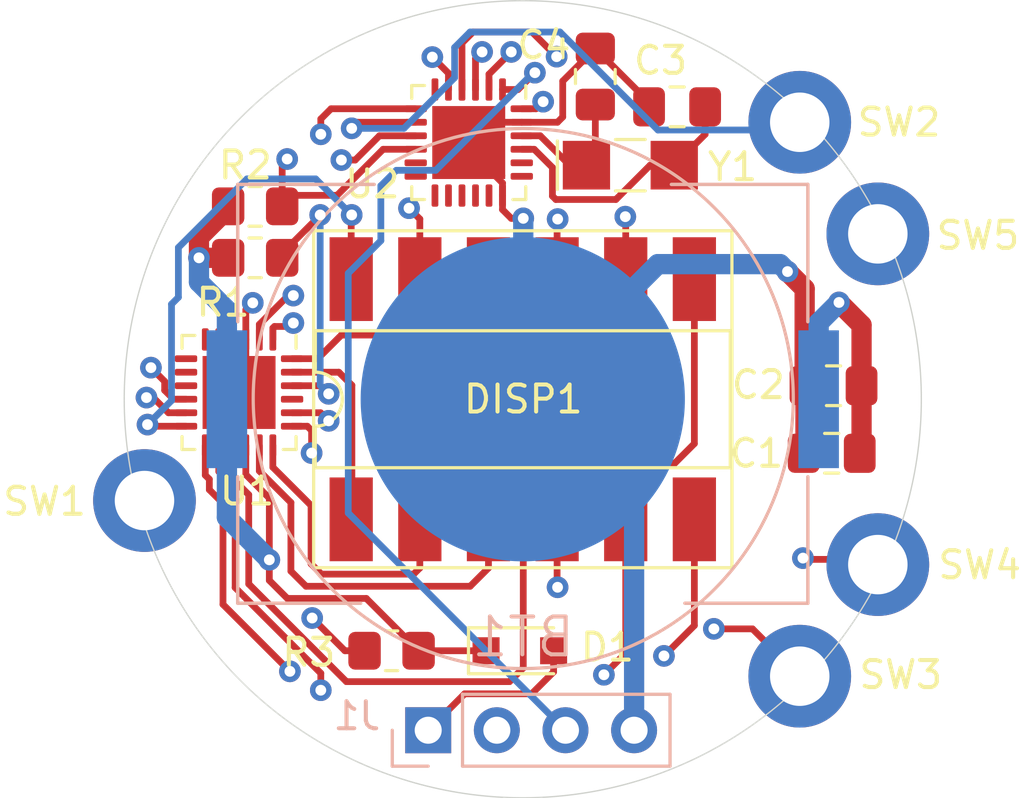
<source format=kicad_pcb>
(kicad_pcb (version 20171130) (host pcbnew 5.1.9-73d0e3b20d~88~ubuntu20.04.1)

  (general
    (thickness 1.6)
    (drawings 11)
    (tracks 326)
    (zones 0)
    (modules 19)
    (nets 28)
  )

  (page A4)
  (layers
    (0 F.Cu signal)
    (1 In1.Cu signal)
    (2 In2.Cu signal)
    (31 B.Cu power)
    (32 B.Adhes user hide)
    (33 F.Adhes user hide)
    (34 B.Paste user hide)
    (35 F.Paste user hide)
    (36 B.SilkS user)
    (37 F.SilkS user)
    (38 B.Mask user hide)
    (39 F.Mask user hide)
    (40 Dwgs.User user hide)
    (41 Cmts.User user hide)
    (42 Eco1.User user hide)
    (43 Eco2.User user hide)
    (44 Edge.Cuts user)
    (45 Margin user hide)
    (46 B.CrtYd user hide)
    (47 F.CrtYd user hide)
    (48 B.Fab user hide)
    (49 F.Fab user hide)
  )

  (setup
    (last_trace_width 0.25)
    (trace_clearance 0.2)
    (zone_clearance 0.508)
    (zone_45_only no)
    (trace_min 0.2)
    (via_size 0.8)
    (via_drill 0.4)
    (via_min_size 0.4)
    (via_min_drill 0.3)
    (uvia_size 0.3)
    (uvia_drill 0.1)
    (uvias_allowed no)
    (uvia_min_size 0.2)
    (uvia_min_drill 0.1)
    (edge_width 0.05)
    (segment_width 0.2)
    (pcb_text_width 0.3)
    (pcb_text_size 1.5 1.5)
    (mod_edge_width 0.12)
    (mod_text_size 1 1)
    (mod_text_width 0.15)
    (pad_size 12 12)
    (pad_drill 0)
    (pad_to_mask_clearance 0)
    (aux_axis_origin 0 0)
    (visible_elements FFFFFF7F)
    (pcbplotparams
      (layerselection 0x010fc_ffffffff)
      (usegerberextensions false)
      (usegerberattributes true)
      (usegerberadvancedattributes true)
      (creategerberjobfile true)
      (excludeedgelayer true)
      (linewidth 0.100000)
      (plotframeref false)
      (viasonmask false)
      (mode 1)
      (useauxorigin false)
      (hpglpennumber 1)
      (hpglpenspeed 20)
      (hpglpendiameter 15.000000)
      (psnegative false)
      (psa4output false)
      (plotreference true)
      (plotvalue true)
      (plotinvisibletext false)
      (padsonsilk false)
      (subtractmaskfromsilk true)
      (outputformat 1)
      (mirror false)
      (drillshape 0)
      (scaleselection 1)
      (outputdirectory ""))
  )

  (net 0 "")
  (net 1 +3V0)
  (net 2 GND)
  (net 3 "Net-(C3-Pad1)")
  (net 4 "Net-(C4-Pad1)")
  (net 5 "Net-(D1-Pad2)")
  (net 6 "Net-(DISP1-Pad1)")
  (net 7 "Net-(DISP1-Pad7)")
  (net 8 "Net-(DISP1-Pad2)")
  (net 9 "Net-(DISP1-Pad8)")
  (net 10 "Net-(DISP1-Pad3)")
  (net 11 "Net-(DISP1-Pad9)")
  (net 12 "Net-(DISP1-Pad4)")
  (net 13 "Net-(DISP1-Pad10)")
  (net 14 "Net-(DISP1-Pad5)")
  (net 15 "Net-(DISP1-Pad11)")
  (net 16 "Net-(DISP1-Pad6)")
  (net 17 "Net-(DISP1-Pad12)")
  (net 18 TST_SBWTCK)
  (net 19 RST_SBWTDIO)
  (net 20 I2C_SDA)
  (net 21 I2C_SLC)
  (net 22 "Net-(R3-Pad2)")
  (net 23 "Net-(SW1-Pad1)")
  (net 24 "Net-(SW2-Pad1)")
  (net 25 "Net-(SW3-Pad1)")
  (net 26 "Net-(SW4-Pad1)")
  (net 27 "Net-(SW5-Pad1)")

  (net_class Default "This is the default net class."
    (clearance 0.2)
    (trace_width 0.25)
    (via_dia 0.8)
    (via_drill 0.4)
    (uvia_dia 0.3)
    (uvia_drill 0.1)
    (add_net +3V0)
    (add_net GND)
    (add_net I2C_SDA)
    (add_net I2C_SLC)
    (add_net "Net-(C3-Pad1)")
    (add_net "Net-(C4-Pad1)")
    (add_net "Net-(D1-Pad2)")
    (add_net "Net-(DISP1-Pad1)")
    (add_net "Net-(DISP1-Pad10)")
    (add_net "Net-(DISP1-Pad11)")
    (add_net "Net-(DISP1-Pad12)")
    (add_net "Net-(DISP1-Pad2)")
    (add_net "Net-(DISP1-Pad3)")
    (add_net "Net-(DISP1-Pad4)")
    (add_net "Net-(DISP1-Pad5)")
    (add_net "Net-(DISP1-Pad6)")
    (add_net "Net-(DISP1-Pad7)")
    (add_net "Net-(DISP1-Pad8)")
    (add_net "Net-(DISP1-Pad9)")
    (add_net "Net-(R3-Pad2)")
    (add_net "Net-(SW1-Pad1)")
    (add_net "Net-(SW2-Pad1)")
    (add_net "Net-(SW3-Pad1)")
    (add_net "Net-(SW4-Pad1)")
    (add_net "Net-(SW5-Pad1)")
    (add_net RST_SBWTDIO)
    (add_net TST_SBWTCK)
  )

  (module Elektronika:BAT-HLD-001 (layer B.Cu) (tedit 60D62150) (tstamp 60D61EC1)
    (at 207.5 109.5)
    (path /607D39F2)
    (attr smd)
    (fp_text reference BT1 (at 0.018 8.8005) (layer B.SilkS)
      (effects (font (size 1.4 1.4) (thickness 0.15)) (justify mirror))
    )
    (fp_text value "3V CR2032" (at 2.835 -10.389) (layer B.Fab)
      (effects (font (size 1.4 1.4) (thickness 0.015)) (justify mirror))
    )
    (fp_line (start -12.95 -9.15) (end -12.95 9.15) (layer B.CrtYd) (width 0.05))
    (fp_line (start 12.95 -9.15) (end -12.95 -9.15) (layer B.CrtYd) (width 0.05))
    (fp_line (start 12.95 9.15) (end 12.95 -9.15) (layer B.CrtYd) (width 0.05))
    (fp_line (start -12.95 9.15) (end 12.95 9.15) (layer B.CrtYd) (width 0.05))
    (fp_line (start 10.55 -7.95) (end 10.55 -2.87) (layer B.SilkS) (width 0.127))
    (fp_line (start 5.5 -7.95) (end 10.55 -7.95) (layer B.SilkS) (width 0.127))
    (fp_line (start -10.55 -7.95) (end -5.5 -7.95) (layer B.SilkS) (width 0.127))
    (fp_line (start -10.55 -2.87) (end -10.55 -7.95) (layer B.SilkS) (width 0.127))
    (fp_line (start 10.55 7.55) (end 10.55 2.87) (layer B.SilkS) (width 0.127))
    (fp_line (start 6 7.55) (end 10.55 7.55) (layer B.SilkS) (width 0.127))
    (fp_line (start -10.55 7.55) (end -6 7.55) (layer B.SilkS) (width 0.127))
    (fp_line (start -10.55 2.87) (end -10.55 7.55) (layer B.SilkS) (width 0.127))
    (fp_line (start -10.55 -7.95) (end -10.55 7.55) (layer B.Fab) (width 0.127))
    (fp_line (start -5.5 -7.95) (end -10.55 -7.95) (layer B.Fab) (width 0.127))
    (fp_line (start 10.55 -7.95) (end 5.5 -7.95) (layer B.Fab) (width 0.127))
    (fp_line (start 10.55 7.55) (end 10.55 -7.95) (layer B.Fab) (width 0.127))
    (fp_line (start -10.55 7.55) (end 10.55 7.55) (layer B.Fab) (width 0.127))
    (fp_arc (start -0.000003 -14.731402) (end -5.5 -7.95) (angle -39.0435) (layer B.Fab) (width 0.127))
    (fp_arc (start 0.000003 -14.731402) (end 0 -6) (angle -39.0435) (layer B.Fab) (width 0.127))
    (pad P2 smd rect (at 10.95 0) (size 1.5 5.1) (layers B.Cu B.Paste B.Mask)
      (net 1 +3V0))
    (pad P1 smd rect (at -10.95 0) (size 1.5 5.1) (layers B.Cu B.Paste B.Mask)
      (net 1 +3V0))
    (pad N1 smd circle (at 0 0) (size 12 12) (layers B.Cu B.Mask)
      (net 2 GND))
    (model ${KIPRJMOD}/Elektronika.pretty/BAT-HLD-001.step
      (at (xyz 0 0 0))
      (scale (xyz 1 1 1))
      (rotate (xyz -90 0 0))
    )
  )

  (module Crystal:Crystal_SMD_MicroCrystal_CC7V-T1A-2Pin_3.2x1.5mm_HandSoldering (layer F.Cu) (tedit 5A0FD1B2) (tstamp 60D1215A)
    (at 211.481 100.838)
    (descr "SMD Crystal MicroCrystal CC7V-T1A/CM7V-T1A series http://www.microcrystal.com/images/_Product-Documentation/01_TF_ceramic_Packages/01_Datasheet/CC1V-T1A.pdf, hand-soldering, 3.2x1.5mm^2 package")
    (tags "SMD SMT crystal hand-soldering")
    (path /607D0BEB)
    (attr smd)
    (fp_text reference Y1 (at 3.784 0.0635) (layer F.SilkS)
      (effects (font (size 1 1) (thickness 0.15)))
    )
    (fp_text value 32768Hz (at 0 1.95) (layer F.Fab)
      (effects (font (size 1 1) (thickness 0.15)))
    )
    (fp_line (start 2.8 -1.2) (end -2.8 -1.2) (layer F.CrtYd) (width 0.05))
    (fp_line (start 2.8 1.2) (end 2.8 -1.2) (layer F.CrtYd) (width 0.05))
    (fp_line (start -2.8 1.2) (end 2.8 1.2) (layer F.CrtYd) (width 0.05))
    (fp_line (start -2.8 -1.2) (end -2.8 1.2) (layer F.CrtYd) (width 0.05))
    (fp_line (start -2.7 -0.9) (end -2.7 0.9) (layer F.SilkS) (width 0.12))
    (fp_line (start -0.55 0.95) (end 0.55 0.95) (layer F.SilkS) (width 0.12))
    (fp_line (start -0.55 -0.95) (end 0.55 -0.95) (layer F.SilkS) (width 0.12))
    (fp_line (start -1.6 0.25) (end -1.1 0.75) (layer F.Fab) (width 0.1))
    (fp_line (start 1.6 -0.75) (end -1.6 -0.75) (layer F.Fab) (width 0.1))
    (fp_line (start 1.6 0.75) (end 1.6 -0.75) (layer F.Fab) (width 0.1))
    (fp_line (start -1.6 0.75) (end 1.6 0.75) (layer F.Fab) (width 0.1))
    (fp_line (start -1.6 -0.75) (end -1.6 0.75) (layer F.Fab) (width 0.1))
    (fp_text user %R (at 0 0) (layer F.Fab)
      (effects (font (size 0.7 0.7) (thickness 0.105)))
    )
    (pad 1 smd rect (at -1.625 0) (size 1.75 1.8) (layers F.Cu F.Paste F.Mask)
      (net 4 "Net-(C4-Pad1)"))
    (pad 2 smd rect (at 1.625 0) (size 1.75 1.8) (layers F.Cu F.Paste F.Mask)
      (net 3 "Net-(C3-Pad1)"))
    (model ${KISYS3DMOD}/Crystal.3dshapes/Crystal_SMD_MicroCrystal_CC7V-T1A-2Pin_3.2x1.5mm_HandSoldering.wrl
      (at (xyz 0 0 0))
      (scale (xyz 1 1 1))
      (rotate (xyz 0 0 0))
    )
  )

  (module Connector_PinSocket_2.54mm:PinSocket_1x04_P2.54mm_Vertical (layer B.Cu) (tedit 5A19A429) (tstamp 60D4F325)
    (at 204 121.75 270)
    (descr "Through hole straight socket strip, 1x04, 2.54mm pitch, single row (from Kicad 4.0.7), script generated")
    (tags "Through hole socket strip THT 1x04 2.54mm single row")
    (path /6080A23D)
    (fp_text reference J1 (at -0.5285 2.6415 180) (layer B.SilkS)
      (effects (font (size 1 1) (thickness 0.15)) (justify mirror))
    )
    (fp_text value eZ-FET (at -2.243 -3.645 180) (layer B.Fab)
      (effects (font (size 1 1) (thickness 0.15)) (justify mirror))
    )
    (fp_line (start -1.27 1.27) (end 0.635 1.27) (layer B.Fab) (width 0.1))
    (fp_line (start 0.635 1.27) (end 1.27 0.635) (layer B.Fab) (width 0.1))
    (fp_line (start 1.27 0.635) (end 1.27 -8.89) (layer B.Fab) (width 0.1))
    (fp_line (start 1.27 -8.89) (end -1.27 -8.89) (layer B.Fab) (width 0.1))
    (fp_line (start -1.27 -8.89) (end -1.27 1.27) (layer B.Fab) (width 0.1))
    (fp_line (start -1.33 -1.27) (end 1.33 -1.27) (layer B.SilkS) (width 0.12))
    (fp_line (start -1.33 -1.27) (end -1.33 -8.95) (layer B.SilkS) (width 0.12))
    (fp_line (start -1.33 -8.95) (end 1.33 -8.95) (layer B.SilkS) (width 0.12))
    (fp_line (start 1.33 -1.27) (end 1.33 -8.95) (layer B.SilkS) (width 0.12))
    (fp_line (start 1.33 1.33) (end 1.33 0) (layer B.SilkS) (width 0.12))
    (fp_line (start 0 1.33) (end 1.33 1.33) (layer B.SilkS) (width 0.12))
    (fp_line (start -1.8 1.8) (end 1.75 1.8) (layer B.CrtYd) (width 0.05))
    (fp_line (start 1.75 1.8) (end 1.75 -9.4) (layer B.CrtYd) (width 0.05))
    (fp_line (start 1.75 -9.4) (end -1.8 -9.4) (layer B.CrtYd) (width 0.05))
    (fp_line (start -1.8 -9.4) (end -1.8 1.8) (layer B.CrtYd) (width 0.05))
    (fp_text user %R (at 0 -3.81 180) (layer B.Fab)
      (effects (font (size 1 1) (thickness 0.15)) (justify mirror))
    )
    (pad 4 thru_hole oval (at 0 -7.62 270) (size 1.7 1.7) (drill 1) (layers *.Cu *.Mask)
      (net 2 GND))
    (pad 3 thru_hole oval (at 0 -5.08 270) (size 1.7 1.7) (drill 1) (layers *.Cu *.Mask)
      (net 19 RST_SBWTDIO))
    (pad 2 thru_hole oval (at 0 -2.54 270) (size 1.7 1.7) (drill 1) (layers *.Cu *.Mask)
      (net 18 TST_SBWTCK))
    (pad 1 thru_hole rect (at 0 0 270) (size 1.7 1.7) (drill 1) (layers *.Cu *.Mask)
      (net 5 "Net-(D1-Pad2)"))
    (model ${KISYS3DMOD}/Connector_PinSocket_2.54mm.3dshapes/PinSocket_1x04_P2.54mm_Vertical.wrl
      (at (xyz 0 0 0))
      (scale (xyz 1 1 1))
      (rotate (xyz 0 0 0))
    )
  )

  (module MountingHole:MountingHole_2.2mm_M2_DIN965_Pad_TopBottom (layer F.Cu) (tedit 56D1B4CB) (tstamp 60D136D0)
    (at 220.64 103.38)
    (descr "Mounting Hole 2.2mm, M2, DIN965")
    (tags "mounting hole 2.2mm m2 din965")
    (path /609D6435)
    (attr virtual)
    (fp_text reference SW5 (at 3.7055 0.0615) (layer F.SilkS)
      (effects (font (size 1 1) (thickness 0.15)))
    )
    (fp_text value SW5 (at 0 2.9) (layer F.Fab)
      (effects (font (size 1 1) (thickness 0.15)))
    )
    (fp_circle (center 0 0) (end 2.15 0) (layer F.CrtYd) (width 0.05))
    (fp_circle (center 0 0) (end 1.9 0) (layer Cmts.User) (width 0.15))
    (fp_text user %R (at 0.3 0) (layer F.Fab)
      (effects (font (size 1 1) (thickness 0.15)))
    )
    (pad 1 thru_hole circle (at 0 0) (size 2.6 2.6) (drill 2.2) (layers *.Cu *.Mask)
      (net 27 "Net-(SW5-Pad1)"))
    (pad 1 connect circle (at 0 0) (size 3.8 3.8) (layers F.Cu F.Mask)
      (net 27 "Net-(SW5-Pad1)"))
    (pad 1 connect circle (at 0 0) (size 3.8 3.8) (layers B.Cu B.Mask)
      (net 27 "Net-(SW5-Pad1)"))
  )

  (module MountingHole:MountingHole_2.2mm_M2_DIN965_Pad_TopBottom (layer F.Cu) (tedit 56D1B4CB) (tstamp 60D11F53)
    (at 220.64 115.62)
    (descr "Mounting Hole 2.2mm, M2, DIN965")
    (tags "mounting hole 2.2mm m2 din965")
    (path /6080B61D)
    (attr virtual)
    (fp_text reference SW4 (at 3.769 0.0135) (layer F.SilkS)
      (effects (font (size 1 1) (thickness 0.15)))
    )
    (fp_text value SW4 (at 0 2.9) (layer F.Fab) hide
      (effects (font (size 1 1) (thickness 0.15)))
    )
    (fp_circle (center 0 0) (end 2.15 0) (layer F.CrtYd) (width 0.05))
    (fp_circle (center 0 0) (end 1.9 0) (layer Cmts.User) (width 0.15))
    (fp_text user %R (at 0.3 0) (layer F.Fab)
      (effects (font (size 1 1) (thickness 0.15)))
    )
    (pad 1 thru_hole circle (at 0 0) (size 2.6 2.6) (drill 2.2) (layers *.Cu *.Mask)
      (net 26 "Net-(SW4-Pad1)"))
    (pad 1 connect circle (at 0 0) (size 3.8 3.8) (layers F.Cu F.Mask)
      (net 26 "Net-(SW4-Pad1)"))
    (pad 1 connect circle (at 0 0) (size 3.8 3.8) (layers B.Cu B.Mask)
      (net 26 "Net-(SW4-Pad1)"))
  )

  (module MountingHole:MountingHole_2.2mm_M2_DIN965_Pad_TopBottom (layer F.Cu) (tedit 56D1B4CB) (tstamp 60D52615)
    (at 217.75 119.75)
    (descr "Mounting Hole 2.2mm, M2, DIN965")
    (tags "mounting hole 2.2mm m2 din965")
    (path /6080B044)
    (attr virtual)
    (fp_text reference SW3 (at 3.738 -0.0525 180) (layer F.SilkS)
      (effects (font (size 1 1) (thickness 0.15)))
    )
    (fp_text value SW3 (at 0 2.9) (layer F.Fab)
      (effects (font (size 1 1) (thickness 0.15)))
    )
    (fp_circle (center 0 0) (end 2.15 0) (layer F.CrtYd) (width 0.05))
    (fp_circle (center 0 0) (end 1.9 0) (layer Cmts.User) (width 0.15))
    (fp_text user %R (at 0.3 0) (layer F.Fab)
      (effects (font (size 1 1) (thickness 0.15)))
    )
    (pad 1 thru_hole circle (at 0 0) (size 2.6 2.6) (drill 2.2) (layers *.Cu *.Mask)
      (net 25 "Net-(SW3-Pad1)"))
    (pad 1 connect circle (at 0 0) (size 3.8 3.8) (layers F.Cu F.Mask)
      (net 25 "Net-(SW3-Pad1)"))
    (pad 1 connect circle (at 0 0) (size 3.8 3.8) (layers B.Cu B.Mask)
      (net 25 "Net-(SW3-Pad1)"))
  )

  (module MountingHole:MountingHole_2.2mm_M2_DIN965_Pad_TopBottom (layer F.Cu) (tedit 56D1B4CB) (tstamp 60D61F2D)
    (at 217.75 99.25)
    (descr "Mounting Hole 2.2mm, M2, DIN965")
    (tags "mounting hole 2.2mm m2 din965")
    (path /60809AD9)
    (attr virtual)
    (fp_text reference SW2 (at 3.6745 0.0005) (layer F.SilkS)
      (effects (font (size 1 1) (thickness 0.15)))
    )
    (fp_text value SW2 (at 0 2.9) (layer F.Fab)
      (effects (font (size 1 1) (thickness 0.15)))
    )
    (fp_circle (center 0 0) (end 2.15 0) (layer F.CrtYd) (width 0.05))
    (fp_circle (center 0 0) (end 1.9 0) (layer Cmts.User) (width 0.15))
    (fp_text user %R (at 0.3 0) (layer F.Fab)
      (effects (font (size 1 1) (thickness 0.15)))
    )
    (pad 1 thru_hole circle (at 0 0) (size 2.6 2.6) (drill 2.2) (layers *.Cu *.Mask)
      (net 24 "Net-(SW2-Pad1)"))
    (pad 1 connect circle (at 0 0) (size 3.8 3.8) (layers F.Cu F.Mask)
      (net 24 "Net-(SW2-Pad1)"))
    (pad 1 connect circle (at 0 0) (size 3.8 3.8) (layers B.Cu B.Mask)
      (net 24 "Net-(SW2-Pad1)"))
  )

  (module MountingHole:MountingHole_2.2mm_M2_DIN965_Pad_TopBottom (layer F.Cu) (tedit 56D1B4CB) (tstamp 60D3A3EE)
    (at 193.5 113.25 180)
    (descr "Mounting Hole 2.2mm, M2, DIN965")
    (tags "mounting hole 2.2mm m2 din965")
    (path /6080B314)
    (attr virtual)
    (fp_text reference SW1 (at 3.6985 -0.034) (layer F.SilkS)
      (effects (font (size 1 1) (thickness 0.15)))
    )
    (fp_text value SW1 (at 0 2.9) (layer F.Fab)
      (effects (font (size 1 1) (thickness 0.15)))
    )
    (fp_circle (center 0 0) (end 2.15 0) (layer F.CrtYd) (width 0.05))
    (fp_circle (center 0 0) (end 1.9 0) (layer Cmts.User) (width 0.15))
    (fp_text user %R (at 0.3 0) (layer F.Fab)
      (effects (font (size 1 1) (thickness 0.15)))
    )
    (pad 1 thru_hole circle (at 0 0 180) (size 2.6 2.6) (drill 2.2) (layers *.Cu *.Mask)
      (net 23 "Net-(SW1-Pad1)"))
    (pad 1 connect circle (at 0 0 180) (size 3.8 3.8) (layers F.Cu F.Mask)
      (net 23 "Net-(SW1-Pad1)"))
    (pad 1 connect circle (at 0 0 180) (size 3.8 3.8) (layers B.Cu B.Mask)
      (net 23 "Net-(SW1-Pad1)"))
  )

  (module Package_DFN_QFN:QFN-24-1EP_4x4mm_P0.5mm_EP2.7x2.7mm (layer F.Cu) (tedit 5DC5F6A3) (tstamp 60D12266)
    (at 197 109.25 270)
    (descr "QFN, 24 Pin (http://www.alfarzpp.lv/eng/sc/AS3330.pdf), generated with kicad-footprint-generator ipc_noLead_generator.py")
    (tags "QFN NoLead")
    (path /60A4EE5A)
    (attr smd)
    (fp_text reference U1 (at 3.653 -0.2945 180) (layer F.SilkS)
      (effects (font (size 1 1) (thickness 0.15)))
    )
    (fp_text value AS1115-BQFT (at 0 3.32 90) (layer F.Fab)
      (effects (font (size 1 1) (thickness 0.15)))
    )
    (fp_line (start 1.635 -2.11) (end 2.11 -2.11) (layer F.SilkS) (width 0.12))
    (fp_line (start 2.11 -2.11) (end 2.11 -1.635) (layer F.SilkS) (width 0.12))
    (fp_line (start -1.635 2.11) (end -2.11 2.11) (layer F.SilkS) (width 0.12))
    (fp_line (start -2.11 2.11) (end -2.11 1.635) (layer F.SilkS) (width 0.12))
    (fp_line (start 1.635 2.11) (end 2.11 2.11) (layer F.SilkS) (width 0.12))
    (fp_line (start 2.11 2.11) (end 2.11 1.635) (layer F.SilkS) (width 0.12))
    (fp_line (start -1.635 -2.11) (end -2.11 -2.11) (layer F.SilkS) (width 0.12))
    (fp_line (start -1 -2) (end 2 -2) (layer F.Fab) (width 0.1))
    (fp_line (start 2 -2) (end 2 2) (layer F.Fab) (width 0.1))
    (fp_line (start 2 2) (end -2 2) (layer F.Fab) (width 0.1))
    (fp_line (start -2 2) (end -2 -1) (layer F.Fab) (width 0.1))
    (fp_line (start -2 -1) (end -1 -2) (layer F.Fab) (width 0.1))
    (fp_line (start -2.62 -2.62) (end -2.62 2.62) (layer F.CrtYd) (width 0.05))
    (fp_line (start -2.62 2.62) (end 2.62 2.62) (layer F.CrtYd) (width 0.05))
    (fp_line (start 2.62 2.62) (end 2.62 -2.62) (layer F.CrtYd) (width 0.05))
    (fp_line (start 2.62 -2.62) (end -2.62 -2.62) (layer F.CrtYd) (width 0.05))
    (fp_text user %R (at 0 0 90) (layer F.Fab)
      (effects (font (size 1 1) (thickness 0.15)))
    )
    (pad "" smd roundrect (at 0.675 0.675 270) (size 1.09 1.09) (layers F.Paste) (roundrect_rratio 0.2293577981651376))
    (pad "" smd roundrect (at 0.675 -0.675 270) (size 1.09 1.09) (layers F.Paste) (roundrect_rratio 0.2293577981651376))
    (pad "" smd roundrect (at -0.675 0.675 270) (size 1.09 1.09) (layers F.Paste) (roundrect_rratio 0.2293577981651376))
    (pad "" smd roundrect (at -0.675 -0.675 270) (size 1.09 1.09) (layers F.Paste) (roundrect_rratio 0.2293577981651376))
    (pad 25 smd rect (at 0 0 270) (size 2.7 2.7) (layers F.Cu F.Mask)
      (net 2 GND))
    (pad 24 smd roundrect (at -1.25 -1.9625 270) (size 0.25 0.825) (layers F.Cu F.Paste F.Mask) (roundrect_rratio 0.25)
      (net 13 "Net-(DISP1-Pad10)"))
    (pad 23 smd roundrect (at -0.75 -1.9625 270) (size 0.25 0.825) (layers F.Cu F.Paste F.Mask) (roundrect_rratio 0.25)
      (net 6 "Net-(DISP1-Pad1)"))
    (pad 22 smd roundrect (at -0.25 -1.9625 270) (size 0.25 0.825) (layers F.Cu F.Paste F.Mask) (roundrect_rratio 0.25)
      (net 20 I2C_SDA))
    (pad 21 smd roundrect (at 0.25 -1.9625 270) (size 0.25 0.825) (layers F.Cu F.Paste F.Mask) (roundrect_rratio 0.25))
    (pad 20 smd roundrect (at 0.75 -1.9625 270) (size 0.25 0.825) (layers F.Cu F.Paste F.Mask) (roundrect_rratio 0.25)
      (net 9 "Net-(DISP1-Pad8)"))
    (pad 19 smd roundrect (at 1.25 -1.9625 270) (size 0.25 0.825) (layers F.Cu F.Paste F.Mask) (roundrect_rratio 0.25)
      (net 14 "Net-(DISP1-Pad5)"))
    (pad 18 smd roundrect (at 1.9625 -1.25 270) (size 0.825 0.25) (layers F.Cu F.Paste F.Mask) (roundrect_rratio 0.25)
      (net 8 "Net-(DISP1-Pad2)"))
    (pad 17 smd roundrect (at 1.9625 -0.75 270) (size 0.825 0.25) (layers F.Cu F.Paste F.Mask) (roundrect_rratio 0.25)
      (net 10 "Net-(DISP1-Pad3)"))
    (pad 16 smd roundrect (at 1.9625 -0.25 270) (size 0.825 0.25) (layers F.Cu F.Paste F.Mask) (roundrect_rratio 0.25)
      (net 1 +3V0))
    (pad 15 smd roundrect (at 1.9625 0.25 270) (size 0.825 0.25) (layers F.Cu F.Paste F.Mask) (roundrect_rratio 0.25)
      (net 7 "Net-(DISP1-Pad7)"))
    (pad 14 smd roundrect (at 1.9625 0.75 270) (size 0.825 0.25) (layers F.Cu F.Paste F.Mask) (roundrect_rratio 0.25)
      (net 15 "Net-(DISP1-Pad11)"))
    (pad 13 smd roundrect (at 1.9625 1.25 270) (size 0.825 0.25) (layers F.Cu F.Paste F.Mask) (roundrect_rratio 0.25)
      (net 11 "Net-(DISP1-Pad9)"))
    (pad 12 smd roundrect (at 1.25 1.9625 270) (size 0.25 0.825) (layers F.Cu F.Paste F.Mask) (roundrect_rratio 0.25)
      (net 17 "Net-(DISP1-Pad12)"))
    (pad 11 smd roundrect (at 0.75 1.9625 270) (size 0.25 0.825) (layers F.Cu F.Paste F.Mask) (roundrect_rratio 0.25)
      (net 21 I2C_SLC))
    (pad 10 smd roundrect (at 0.25 1.9625 270) (size 0.25 0.825) (layers F.Cu F.Paste F.Mask) (roundrect_rratio 0.25)
      (net 22 "Net-(R3-Pad2)"))
    (pad 9 smd roundrect (at -0.25 1.9625 270) (size 0.25 0.825) (layers F.Cu F.Paste F.Mask) (roundrect_rratio 0.25))
    (pad 8 smd roundrect (at -0.75 1.9625 270) (size 0.25 0.825) (layers F.Cu F.Paste F.Mask) (roundrect_rratio 0.25))
    (pad 7 smd roundrect (at -1.25 1.9625 270) (size 0.25 0.825) (layers F.Cu F.Paste F.Mask) (roundrect_rratio 0.25))
    (pad 6 smd roundrect (at -1.9625 1.25 270) (size 0.825 0.25) (layers F.Cu F.Paste F.Mask) (roundrect_rratio 0.25))
    (pad 5 smd roundrect (at -1.9625 0.75 270) (size 0.825 0.25) (layers F.Cu F.Paste F.Mask) (roundrect_rratio 0.25))
    (pad 4 smd roundrect (at -1.9625 0.25 270) (size 0.825 0.25) (layers F.Cu F.Paste F.Mask) (roundrect_rratio 0.25))
    (pad 3 smd roundrect (at -1.9625 -0.25 270) (size 0.825 0.25) (layers F.Cu F.Paste F.Mask) (roundrect_rratio 0.25)
      (net 2 GND))
    (pad 2 smd roundrect (at -1.9625 -0.75 270) (size 0.825 0.25) (layers F.Cu F.Paste F.Mask) (roundrect_rratio 0.25)
      (net 16 "Net-(DISP1-Pad6)"))
    (pad 1 smd roundrect (at -1.9625 -1.25 270) (size 0.825 0.25) (layers F.Cu F.Paste F.Mask) (roundrect_rratio 0.25)
      (net 12 "Net-(DISP1-Pad4)"))
    (model ${KISYS3DMOD}/Package_DFN_QFN.3dshapes/QFN-24-1EP_4x4mm_P0.5mm_EP2.7x2.7mm.wrl
      (at (xyz 0 0 0))
      (scale (xyz 1 1 1))
      (rotate (xyz 0 0 0))
    )
  )

  (module Package_DIP:DIP-12_W8.89mm_SMDSocket_LongPads (layer F.Cu) (tedit 5A02E8C5) (tstamp 60D61E40)
    (at 207.5 109.5 90)
    (descr "12-lead though-hole mounted DIP package, row spacing 8.89 mm (350 mils), SMDSocket, LongPads")
    (tags "THT DIP DIL PDIP 2.54mm 8.89mm 350mil SMDSocket LongPads")
    (path /6081B38E)
    (attr smd)
    (fp_text reference DISP1 (at 0 0.018 180) (layer F.SilkS)
      (effects (font (size 1 1) (thickness 0.15)))
    )
    (fp_text value HP-5082-7414 (at 0 8.68 90) (layer F.Fab)
      (effects (font (size 1 1) (thickness 0.15)))
    )
    (fp_line (start -2.175 -7.62) (end 3.175 -7.62) (layer F.Fab) (width 0.1))
    (fp_line (start 3.175 -7.62) (end 3.175 7.62) (layer F.Fab) (width 0.1))
    (fp_line (start 3.175 7.62) (end -3.175 7.62) (layer F.Fab) (width 0.1))
    (fp_line (start -3.175 7.62) (end -3.175 -6.62) (layer F.Fab) (width 0.1))
    (fp_line (start -3.175 -6.62) (end -2.175 -7.62) (layer F.Fab) (width 0.1))
    (fp_line (start -5.08 -7.68) (end -5.08 7.68) (layer F.Fab) (width 0.1))
    (fp_line (start -5.08 7.68) (end 5.08 7.68) (layer F.Fab) (width 0.1))
    (fp_line (start 5.08 7.68) (end 5.08 -7.68) (layer F.Fab) (width 0.1))
    (fp_line (start 5.08 -7.68) (end -5.08 -7.68) (layer F.Fab) (width 0.1))
    (fp_line (start -1 -7.68) (end -2.535 -7.68) (layer F.SilkS) (width 0.12))
    (fp_line (start -2.535 -7.68) (end -2.535 7.68) (layer F.SilkS) (width 0.12))
    (fp_line (start -2.535 7.68) (end 2.535 7.68) (layer F.SilkS) (width 0.12))
    (fp_line (start 2.535 7.68) (end 2.535 -7.68) (layer F.SilkS) (width 0.12))
    (fp_line (start 2.535 -7.68) (end 1 -7.68) (layer F.SilkS) (width 0.12))
    (fp_line (start -6.235 -7.74) (end -6.235 7.74) (layer F.SilkS) (width 0.12))
    (fp_line (start -6.235 7.74) (end 6.235 7.74) (layer F.SilkS) (width 0.12))
    (fp_line (start 6.235 7.74) (end 6.235 -7.74) (layer F.SilkS) (width 0.12))
    (fp_line (start 6.235 -7.74) (end -6.235 -7.74) (layer F.SilkS) (width 0.12))
    (fp_line (start -6.25 -7.95) (end -6.25 7.95) (layer F.CrtYd) (width 0.05))
    (fp_line (start -6.25 7.95) (end 6.25 7.95) (layer F.CrtYd) (width 0.05))
    (fp_line (start 6.25 7.95) (end 6.25 -7.95) (layer F.CrtYd) (width 0.05))
    (fp_line (start 6.25 -7.95) (end -6.25 -7.95) (layer F.CrtYd) (width 0.05))
    (fp_text user %R (at 0 0 90) (layer F.Fab)
      (effects (font (size 1 1) (thickness 0.15)))
    )
    (fp_arc (start 0 -7.68) (end -1 -7.68) (angle -180) (layer F.SilkS) (width 0.12))
    (pad 12 smd rect (at 4.445 -6.35 90) (size 3.1 1.6) (layers F.Cu F.Paste F.Mask)
      (net 17 "Net-(DISP1-Pad12)"))
    (pad 6 smd rect (at -4.445 6.35 90) (size 3.1 1.6) (layers F.Cu F.Paste F.Mask)
      (net 16 "Net-(DISP1-Pad6)"))
    (pad 11 smd rect (at 4.445 -3.81 90) (size 3.1 1.6) (layers F.Cu F.Paste F.Mask)
      (net 15 "Net-(DISP1-Pad11)"))
    (pad 5 smd rect (at -4.445 3.81 90) (size 3.1 1.6) (layers F.Cu F.Paste F.Mask)
      (net 14 "Net-(DISP1-Pad5)"))
    (pad 10 smd rect (at 4.445 -1.27 90) (size 3.1 1.6) (layers F.Cu F.Paste F.Mask)
      (net 13 "Net-(DISP1-Pad10)"))
    (pad 4 smd rect (at -4.445 1.27 90) (size 3.1 1.6) (layers F.Cu F.Paste F.Mask)
      (net 12 "Net-(DISP1-Pad4)"))
    (pad 9 smd rect (at 4.445 1.27 90) (size 3.1 1.6) (layers F.Cu F.Paste F.Mask)
      (net 11 "Net-(DISP1-Pad9)"))
    (pad 3 smd rect (at -4.445 -1.27 90) (size 3.1 1.6) (layers F.Cu F.Paste F.Mask)
      (net 10 "Net-(DISP1-Pad3)"))
    (pad 8 smd rect (at 4.445 3.81 90) (size 3.1 1.6) (layers F.Cu F.Paste F.Mask)
      (net 9 "Net-(DISP1-Pad8)"))
    (pad 2 smd rect (at -4.445 -3.81 90) (size 3.1 1.6) (layers F.Cu F.Paste F.Mask)
      (net 8 "Net-(DISP1-Pad2)"))
    (pad 7 smd rect (at 4.445 6.35 90) (size 3.1 1.6) (layers F.Cu F.Paste F.Mask)
      (net 7 "Net-(DISP1-Pad7)"))
    (pad 1 smd rect (at -4.445 -6.35 90) (size 3.1 1.6) (layers F.Cu F.Paste F.Mask)
      (net 6 "Net-(DISP1-Pad1)"))
    (model ${KISYS3DMOD}/Package_DIP.3dshapes/DIP-12_W8.89mm_SMDSocket.wrl
      (at (xyz 0 0 0))
      (scale (xyz 1 1 1))
      (rotate (xyz 0 0 0))
    )
  )

  (module Package_DFN_QFN:QFN-24-1EP_4x4mm_P0.5mm_EP2.7x2.7mm (layer F.Cu) (tedit 5DC5F6A3) (tstamp 60D3B0B1)
    (at 205.5 100 270)
    (descr "QFN, 24 Pin (http://www.alfarzpp.lv/eng/sc/AS3330.pdf), generated with kicad-footprint-generator ipc_noLead_generator.py")
    (tags "QFN NoLead")
    (path /60A5CED8)
    (attr smd)
    (fp_text reference U2 (at 1.5365 3.57 180) (layer F.SilkS)
      (effects (font (size 1 1) (thickness 0.15)))
    )
    (fp_text value MSP430FR2433IRGET (at 0 3.32 90) (layer F.Fab)
      (effects (font (size 1 1) (thickness 0.15)))
    )
    (fp_line (start 1.635 -2.11) (end 2.11 -2.11) (layer F.SilkS) (width 0.12))
    (fp_line (start 2.11 -2.11) (end 2.11 -1.635) (layer F.SilkS) (width 0.12))
    (fp_line (start -1.635 2.11) (end -2.11 2.11) (layer F.SilkS) (width 0.12))
    (fp_line (start -2.11 2.11) (end -2.11 1.635) (layer F.SilkS) (width 0.12))
    (fp_line (start 1.635 2.11) (end 2.11 2.11) (layer F.SilkS) (width 0.12))
    (fp_line (start 2.11 2.11) (end 2.11 1.635) (layer F.SilkS) (width 0.12))
    (fp_line (start -1.635 -2.11) (end -2.11 -2.11) (layer F.SilkS) (width 0.12))
    (fp_line (start -1 -2) (end 2 -2) (layer F.Fab) (width 0.1))
    (fp_line (start 2 -2) (end 2 2) (layer F.Fab) (width 0.1))
    (fp_line (start 2 2) (end -2 2) (layer F.Fab) (width 0.1))
    (fp_line (start -2 2) (end -2 -1) (layer F.Fab) (width 0.1))
    (fp_line (start -2 -1) (end -1 -2) (layer F.Fab) (width 0.1))
    (fp_line (start -2.62 -2.62) (end -2.62 2.62) (layer F.CrtYd) (width 0.05))
    (fp_line (start -2.62 2.62) (end 2.62 2.62) (layer F.CrtYd) (width 0.05))
    (fp_line (start 2.62 2.62) (end 2.62 -2.62) (layer F.CrtYd) (width 0.05))
    (fp_line (start 2.62 -2.62) (end -2.62 -2.62) (layer F.CrtYd) (width 0.05))
    (fp_text user %R (at 0 0 90) (layer F.Fab)
      (effects (font (size 1 1) (thickness 0.15)))
    )
    (pad "" smd roundrect (at 0.675 0.675 270) (size 1.09 1.09) (layers F.Paste) (roundrect_rratio 0.2293577981651376))
    (pad "" smd roundrect (at 0.675 -0.675 270) (size 1.09 1.09) (layers F.Paste) (roundrect_rratio 0.2293577981651376))
    (pad "" smd roundrect (at -0.675 0.675 270) (size 1.09 1.09) (layers F.Paste) (roundrect_rratio 0.2293577981651376))
    (pad "" smd roundrect (at -0.675 -0.675 270) (size 1.09 1.09) (layers F.Paste) (roundrect_rratio 0.2293577981651376))
    (pad 25 smd rect (at 0 0 270) (size 2.7 2.7) (layers F.Cu F.Mask)
      (net 2 GND))
    (pad 24 smd roundrect (at -1.25 -1.9625 270) (size 0.25 0.825) (layers F.Cu F.Paste F.Mask) (roundrect_rratio 0.25)
      (net 1 +3V0))
    (pad 23 smd roundrect (at -0.75 -1.9625 270) (size 0.25 0.825) (layers F.Cu F.Paste F.Mask) (roundrect_rratio 0.25)
      (net 2 GND))
    (pad 22 smd roundrect (at -0.25 -1.9625 270) (size 0.25 0.825) (layers F.Cu F.Paste F.Mask) (roundrect_rratio 0.25)
      (net 4 "Net-(C4-Pad1)"))
    (pad 21 smd roundrect (at 0.25 -1.9625 270) (size 0.25 0.825) (layers F.Cu F.Paste F.Mask) (roundrect_rratio 0.25)
      (net 3 "Net-(C3-Pad1)"))
    (pad 20 smd roundrect (at 0.75 -1.9625 270) (size 0.25 0.825) (layers F.Cu F.Paste F.Mask) (roundrect_rratio 0.25))
    (pad 19 smd roundrect (at 1.25 -1.9625 270) (size 0.25 0.825) (layers F.Cu F.Paste F.Mask) (roundrect_rratio 0.25))
    (pad 18 smd roundrect (at 1.9625 -1.25 270) (size 0.825 0.25) (layers F.Cu F.Paste F.Mask) (roundrect_rratio 0.25)
      (net 2 GND))
    (pad 17 smd roundrect (at 1.9625 -0.75 270) (size 0.825 0.25) (layers F.Cu F.Paste F.Mask) (roundrect_rratio 0.25))
    (pad 16 smd roundrect (at 1.9625 -0.25 270) (size 0.825 0.25) (layers F.Cu F.Paste F.Mask) (roundrect_rratio 0.25))
    (pad 15 smd roundrect (at 1.9625 0.25 270) (size 0.825 0.25) (layers F.Cu F.Paste F.Mask) (roundrect_rratio 0.25))
    (pad 14 smd roundrect (at 1.9625 0.75 270) (size 0.825 0.25) (layers F.Cu F.Paste F.Mask) (roundrect_rratio 0.25))
    (pad 13 smd roundrect (at 1.9625 1.25 270) (size 0.825 0.25) (layers F.Cu F.Paste F.Mask) (roundrect_rratio 0.25))
    (pad 12 smd roundrect (at 1.25 1.9625 270) (size 0.25 0.825) (layers F.Cu F.Paste F.Mask) (roundrect_rratio 0.25))
    (pad 11 smd roundrect (at 0.75 1.9625 270) (size 0.25 0.825) (layers F.Cu F.Paste F.Mask) (roundrect_rratio 0.25))
    (pad 10 smd roundrect (at 0.25 1.9625 270) (size 0.25 0.825) (layers F.Cu F.Paste F.Mask) (roundrect_rratio 0.25)
      (net 21 I2C_SLC))
    (pad 9 smd roundrect (at -0.25 1.9625 270) (size 0.25 0.825) (layers F.Cu F.Paste F.Mask) (roundrect_rratio 0.25)
      (net 20 I2C_SDA))
    (pad 8 smd roundrect (at -0.75 1.9625 270) (size 0.25 0.825) (layers F.Cu F.Paste F.Mask) (roundrect_rratio 0.25)
      (net 24 "Net-(SW2-Pad1)"))
    (pad 7 smd roundrect (at -1.25 1.9625 270) (size 0.25 0.825) (layers F.Cu F.Paste F.Mask) (roundrect_rratio 0.25)
      (net 23 "Net-(SW1-Pad1)"))
    (pad 6 smd roundrect (at -1.9625 1.25 270) (size 0.825 0.25) (layers F.Cu F.Paste F.Mask) (roundrect_rratio 0.25))
    (pad 5 smd roundrect (at -1.9625 0.75 270) (size 0.825 0.25) (layers F.Cu F.Paste F.Mask) (roundrect_rratio 0.25)
      (net 27 "Net-(SW5-Pad1)"))
    (pad 4 smd roundrect (at -1.9625 0.25 270) (size 0.825 0.25) (layers F.Cu F.Paste F.Mask) (roundrect_rratio 0.25)
      (net 26 "Net-(SW4-Pad1)"))
    (pad 3 smd roundrect (at -1.9625 -0.25 270) (size 0.825 0.25) (layers F.Cu F.Paste F.Mask) (roundrect_rratio 0.25)
      (net 25 "Net-(SW3-Pad1)"))
    (pad 2 smd roundrect (at -1.9625 -0.75 270) (size 0.825 0.25) (layers F.Cu F.Paste F.Mask) (roundrect_rratio 0.25)
      (net 18 TST_SBWTCK))
    (pad 1 smd roundrect (at -1.9625 -1.25 270) (size 0.825 0.25) (layers F.Cu F.Paste F.Mask) (roundrect_rratio 0.25)
      (net 19 RST_SBWTDIO))
    (model ${KISYS3DMOD}/Package_DFN_QFN.3dshapes/QFN-24-1EP_4x4mm_P0.5mm_EP2.7x2.7mm.wrl
      (at (xyz 0 0 0))
      (scale (xyz 1 1 1))
      (rotate (xyz 0 0 0))
    )
  )

  (module Capacitor_SMD:C_0805_2012Metric_Pad1.18x1.45mm_HandSolder (layer F.Cu) (tedit 5F68FEEF) (tstamp 60D121CA)
    (at 218.9325 111.5 180)
    (descr "Capacitor SMD 0805 (2012 Metric), square (rectangular) end terminal, IPC_7351 nominal with elongated pad for handsoldering. (Body size source: IPC-SM-782 page 76, https://www.pcb-3d.com/wordpress/wp-content/uploads/ipc-sm-782a_amendment_1_and_2.pdf, https://docs.google.com/spreadsheets/d/1BsfQQcO9C6DZCsRaXUlFlo91Tg2WpOkGARC1WS5S8t0/edit?usp=sharing), generated with kicad-footprint-generator")
    (tags "capacitor handsolder")
    (path /60A6E5A2)
    (attr smd)
    (fp_text reference C1 (at 2.7785 -0.006) (layer F.SilkS)
      (effects (font (size 1 1) (thickness 0.15)))
    )
    (fp_text value 10uF* (at 0 1.68) (layer F.Fab)
      (effects (font (size 1 1) (thickness 0.15)))
    )
    (fp_line (start 1.88 0.98) (end -1.88 0.98) (layer F.CrtYd) (width 0.05))
    (fp_line (start 1.88 -0.98) (end 1.88 0.98) (layer F.CrtYd) (width 0.05))
    (fp_line (start -1.88 -0.98) (end 1.88 -0.98) (layer F.CrtYd) (width 0.05))
    (fp_line (start -1.88 0.98) (end -1.88 -0.98) (layer F.CrtYd) (width 0.05))
    (fp_line (start -0.261252 0.735) (end 0.261252 0.735) (layer F.SilkS) (width 0.12))
    (fp_line (start -0.261252 -0.735) (end 0.261252 -0.735) (layer F.SilkS) (width 0.12))
    (fp_line (start 1 0.625) (end -1 0.625) (layer F.Fab) (width 0.1))
    (fp_line (start 1 -0.625) (end 1 0.625) (layer F.Fab) (width 0.1))
    (fp_line (start -1 -0.625) (end 1 -0.625) (layer F.Fab) (width 0.1))
    (fp_line (start -1 0.625) (end -1 -0.625) (layer F.Fab) (width 0.1))
    (fp_text user %R (at 0 0) (layer F.Fab)
      (effects (font (size 0.5 0.5) (thickness 0.08)))
    )
    (pad 2 smd roundrect (at 1.0375 0 180) (size 1.175 1.45) (layers F.Cu F.Paste F.Mask) (roundrect_rratio 0.2127659574468085)
      (net 2 GND))
    (pad 1 smd roundrect (at -1.0375 0 180) (size 1.175 1.45) (layers F.Cu F.Paste F.Mask) (roundrect_rratio 0.2127659574468085)
      (net 1 +3V0))
    (model ${KISYS3DMOD}/Capacitor_SMD.3dshapes/C_0805_2012Metric.wrl
      (at (xyz 0 0 0))
      (scale (xyz 1 1 1))
      (rotate (xyz 0 0 0))
    )
  )

  (module Capacitor_SMD:C_0805_2012Metric_Pad1.18x1.45mm_HandSolder (layer F.Cu) (tedit 5F68FEEF) (tstamp 60D11CBA)
    (at 219 109 180)
    (descr "Capacitor SMD 0805 (2012 Metric), square (rectangular) end terminal, IPC_7351 nominal with elongated pad for handsoldering. (Body size source: IPC-SM-782 page 76, https://www.pcb-3d.com/wordpress/wp-content/uploads/ipc-sm-782a_amendment_1_and_2.pdf, https://docs.google.com/spreadsheets/d/1BsfQQcO9C6DZCsRaXUlFlo91Tg2WpOkGARC1WS5S8t0/edit?usp=sharing), generated with kicad-footprint-generator")
    (tags "capacitor handsolder")
    (path /6081B29D)
    (attr smd)
    (fp_text reference C2 (at 2.7825 0.034) (layer F.SilkS)
      (effects (font (size 1 1) (thickness 0.15)))
    )
    (fp_text value 12pF* (at 0 1.68) (layer F.Fab)
      (effects (font (size 1 1) (thickness 0.15)))
    )
    (fp_line (start 1.88 0.98) (end -1.88 0.98) (layer F.CrtYd) (width 0.05))
    (fp_line (start 1.88 -0.98) (end 1.88 0.98) (layer F.CrtYd) (width 0.05))
    (fp_line (start -1.88 -0.98) (end 1.88 -0.98) (layer F.CrtYd) (width 0.05))
    (fp_line (start -1.88 0.98) (end -1.88 -0.98) (layer F.CrtYd) (width 0.05))
    (fp_line (start -0.261252 0.735) (end 0.261252 0.735) (layer F.SilkS) (width 0.12))
    (fp_line (start -0.261252 -0.735) (end 0.261252 -0.735) (layer F.SilkS) (width 0.12))
    (fp_line (start 1 0.625) (end -1 0.625) (layer F.Fab) (width 0.1))
    (fp_line (start 1 -0.625) (end 1 0.625) (layer F.Fab) (width 0.1))
    (fp_line (start -1 -0.625) (end 1 -0.625) (layer F.Fab) (width 0.1))
    (fp_line (start -1 0.625) (end -1 -0.625) (layer F.Fab) (width 0.1))
    (fp_text user %R (at 0 0) (layer F.Fab)
      (effects (font (size 0.5 0.5) (thickness 0.08)))
    )
    (pad 2 smd roundrect (at 1.0375 0 180) (size 1.175 1.45) (layers F.Cu F.Paste F.Mask) (roundrect_rratio 0.2127659574468085)
      (net 2 GND))
    (pad 1 smd roundrect (at -1.0375 0 180) (size 1.175 1.45) (layers F.Cu F.Paste F.Mask) (roundrect_rratio 0.2127659574468085)
      (net 1 +3V0))
    (model ${KISYS3DMOD}/Capacitor_SMD.3dshapes/C_0805_2012Metric.wrl
      (at (xyz 0 0 0))
      (scale (xyz 1 1 1))
      (rotate (xyz 0 0 0))
    )
  )

  (module Diode_SMD:D_SOD-323_HandSoldering (layer F.Cu) (tedit 58641869) (tstamp 60D528E6)
    (at 207.391 118.8085)
    (descr SOD-323)
    (tags SOD-323)
    (path /60B3F834)
    (attr smd)
    (fp_text reference D1 (at 3.2385 -0.127) (layer F.SilkS)
      (effects (font (size 1 1) (thickness 0.15)))
    )
    (fp_text value 1N4148 (at 0.1 1.9) (layer F.Fab)
      (effects (font (size 1 1) (thickness 0.15)))
    )
    (fp_line (start -1.9 -0.85) (end 1.25 -0.85) (layer F.SilkS) (width 0.12))
    (fp_line (start -1.9 0.85) (end 1.25 0.85) (layer F.SilkS) (width 0.12))
    (fp_line (start -2 -0.95) (end -2 0.95) (layer F.CrtYd) (width 0.05))
    (fp_line (start -2 0.95) (end 2 0.95) (layer F.CrtYd) (width 0.05))
    (fp_line (start 2 -0.95) (end 2 0.95) (layer F.CrtYd) (width 0.05))
    (fp_line (start -2 -0.95) (end 2 -0.95) (layer F.CrtYd) (width 0.05))
    (fp_line (start -0.9 -0.7) (end 0.9 -0.7) (layer F.Fab) (width 0.1))
    (fp_line (start 0.9 -0.7) (end 0.9 0.7) (layer F.Fab) (width 0.1))
    (fp_line (start 0.9 0.7) (end -0.9 0.7) (layer F.Fab) (width 0.1))
    (fp_line (start -0.9 0.7) (end -0.9 -0.7) (layer F.Fab) (width 0.1))
    (fp_line (start -0.3 -0.35) (end -0.3 0.35) (layer F.Fab) (width 0.1))
    (fp_line (start -0.3 0) (end -0.5 0) (layer F.Fab) (width 0.1))
    (fp_line (start -0.3 0) (end 0.2 -0.35) (layer F.Fab) (width 0.1))
    (fp_line (start 0.2 -0.35) (end 0.2 0.35) (layer F.Fab) (width 0.1))
    (fp_line (start 0.2 0.35) (end -0.3 0) (layer F.Fab) (width 0.1))
    (fp_line (start 0.2 0) (end 0.45 0) (layer F.Fab) (width 0.1))
    (fp_line (start -1.9 -0.85) (end -1.9 0.85) (layer F.SilkS) (width 0.12))
    (fp_text user %R (at 0 -1.85) (layer F.Fab)
      (effects (font (size 1 1) (thickness 0.15)))
    )
    (pad 2 smd rect (at 1.25 0) (size 1 1) (layers F.Cu F.Paste F.Mask)
      (net 5 "Net-(D1-Pad2)"))
    (pad 1 smd rect (at -1.25 0) (size 1 1) (layers F.Cu F.Paste F.Mask)
      (net 1 +3V0))
    (model ${KISYS3DMOD}/Diode_SMD.3dshapes/D_SOD-323.wrl
      (at (xyz 0 0 0))
      (scale (xyz 1 1 1))
      (rotate (xyz 0 0 0))
    )
  )

  (module Resistor_SMD:R_0805_2012Metric_Pad1.20x1.40mm_HandSolder (layer F.Cu) (tedit 5F68FEEE) (tstamp 60D11D83)
    (at 197.596 104.267)
    (descr "Resistor SMD 0805 (2012 Metric), square (rectangular) end terminal, IPC_7351 nominal with elongated pad for handsoldering. (Body size source: IPC-SM-782 page 72, https://www.pcb-3d.com/wordpress/wp-content/uploads/ipc-sm-782a_amendment_1_and_2.pdf), generated with kicad-footprint-generator")
    (tags "resistor handsolder")
    (path /60A8F4E5)
    (attr smd)
    (fp_text reference R1 (at -1.1905 1.651) (layer F.SilkS)
      (effects (font (size 1 1) (thickness 0.15)))
    )
    (fp_text value 10k (at 0 1.65) (layer F.Fab)
      (effects (font (size 1 1) (thickness 0.15)))
    )
    (fp_line (start -1 0.625) (end -1 -0.625) (layer F.Fab) (width 0.1))
    (fp_line (start -1 -0.625) (end 1 -0.625) (layer F.Fab) (width 0.1))
    (fp_line (start 1 -0.625) (end 1 0.625) (layer F.Fab) (width 0.1))
    (fp_line (start 1 0.625) (end -1 0.625) (layer F.Fab) (width 0.1))
    (fp_line (start -0.227064 -0.735) (end 0.227064 -0.735) (layer F.SilkS) (width 0.12))
    (fp_line (start -0.227064 0.735) (end 0.227064 0.735) (layer F.SilkS) (width 0.12))
    (fp_line (start -1.85 0.95) (end -1.85 -0.95) (layer F.CrtYd) (width 0.05))
    (fp_line (start -1.85 -0.95) (end 1.85 -0.95) (layer F.CrtYd) (width 0.05))
    (fp_line (start 1.85 -0.95) (end 1.85 0.95) (layer F.CrtYd) (width 0.05))
    (fp_line (start 1.85 0.95) (end -1.85 0.95) (layer F.CrtYd) (width 0.05))
    (fp_text user %R (at 0 0) (layer F.Fab)
      (effects (font (size 0.5 0.5) (thickness 0.08)))
    )
    (pad 1 smd roundrect (at -1 0) (size 1.2 1.4) (layers F.Cu F.Paste F.Mask) (roundrect_rratio 0.2083325)
      (net 1 +3V0))
    (pad 2 smd roundrect (at 1 0) (size 1.2 1.4) (layers F.Cu F.Paste F.Mask) (roundrect_rratio 0.2083325)
      (net 20 I2C_SDA))
    (model ${KISYS3DMOD}/Resistor_SMD.3dshapes/R_0805_2012Metric.wrl
      (at (xyz 0 0 0))
      (scale (xyz 1 1 1))
      (rotate (xyz 0 0 0))
    )
  )

  (module Resistor_SMD:R_0805_2012Metric_Pad1.20x1.40mm_HandSolder (layer F.Cu) (tedit 5F68FEEE) (tstamp 60D11DB3)
    (at 197.596 102.362)
    (descr "Resistor SMD 0805 (2012 Metric), square (rectangular) end terminal, IPC_7351 nominal with elongated pad for handsoldering. (Body size source: IPC-SM-782 page 72, https://www.pcb-3d.com/wordpress/wp-content/uploads/ipc-sm-782a_amendment_1_and_2.pdf), generated with kicad-footprint-generator")
    (tags "resistor handsolder")
    (path /60A8D2FD)
    (attr smd)
    (fp_text reference R2 (at -0.365 -1.524) (layer F.SilkS)
      (effects (font (size 1 1) (thickness 0.15)))
    )
    (fp_text value 10k (at 0 1.65) (layer F.Fab)
      (effects (font (size 1 1) (thickness 0.15)))
    )
    (fp_line (start -1 0.625) (end -1 -0.625) (layer F.Fab) (width 0.1))
    (fp_line (start -1 -0.625) (end 1 -0.625) (layer F.Fab) (width 0.1))
    (fp_line (start 1 -0.625) (end 1 0.625) (layer F.Fab) (width 0.1))
    (fp_line (start 1 0.625) (end -1 0.625) (layer F.Fab) (width 0.1))
    (fp_line (start -0.227064 -0.735) (end 0.227064 -0.735) (layer F.SilkS) (width 0.12))
    (fp_line (start -0.227064 0.735) (end 0.227064 0.735) (layer F.SilkS) (width 0.12))
    (fp_line (start -1.85 0.95) (end -1.85 -0.95) (layer F.CrtYd) (width 0.05))
    (fp_line (start -1.85 -0.95) (end 1.85 -0.95) (layer F.CrtYd) (width 0.05))
    (fp_line (start 1.85 -0.95) (end 1.85 0.95) (layer F.CrtYd) (width 0.05))
    (fp_line (start 1.85 0.95) (end -1.85 0.95) (layer F.CrtYd) (width 0.05))
    (fp_text user %R (at 0 0) (layer F.Fab)
      (effects (font (size 0.5 0.5) (thickness 0.08)))
    )
    (pad 1 smd roundrect (at -1 0) (size 1.2 1.4) (layers F.Cu F.Paste F.Mask) (roundrect_rratio 0.2083325)
      (net 1 +3V0))
    (pad 2 smd roundrect (at 1 0) (size 1.2 1.4) (layers F.Cu F.Paste F.Mask) (roundrect_rratio 0.2083325)
      (net 21 I2C_SLC))
    (model ${KISYS3DMOD}/Resistor_SMD.3dshapes/R_0805_2012Metric.wrl
      (at (xyz 0 0 0))
      (scale (xyz 1 1 1))
      (rotate (xyz 0 0 0))
    )
  )

  (module Resistor_SMD:R_0805_2012Metric_Pad1.20x1.40mm_HandSolder (layer F.Cu) (tedit 5F68FEEE) (tstamp 60D4F159)
    (at 202.6445 118.8085 180)
    (descr "Resistor SMD 0805 (2012 Metric), square (rectangular) end terminal, IPC_7351 nominal with elongated pad for handsoldering. (Body size source: IPC-SM-782 page 72, https://www.pcb-3d.com/wordpress/wp-content/uploads/ipc-sm-782a_amendment_1_and_2.pdf), generated with kicad-footprint-generator")
    (tags "resistor handsolder")
    (path /60AA50D6)
    (attr smd)
    (fp_text reference R3 (at 3.064 -0.0635) (layer F.SilkS)
      (effects (font (size 1 1) (thickness 0.15)))
    )
    (fp_text value 40k (at 0 1.65) (layer F.Fab)
      (effects (font (size 1 1) (thickness 0.15)))
    )
    (fp_line (start -1 0.625) (end -1 -0.625) (layer F.Fab) (width 0.1))
    (fp_line (start -1 -0.625) (end 1 -0.625) (layer F.Fab) (width 0.1))
    (fp_line (start 1 -0.625) (end 1 0.625) (layer F.Fab) (width 0.1))
    (fp_line (start 1 0.625) (end -1 0.625) (layer F.Fab) (width 0.1))
    (fp_line (start -0.227064 -0.735) (end 0.227064 -0.735) (layer F.SilkS) (width 0.12))
    (fp_line (start -0.227064 0.735) (end 0.227064 0.735) (layer F.SilkS) (width 0.12))
    (fp_line (start -1.85 0.95) (end -1.85 -0.95) (layer F.CrtYd) (width 0.05))
    (fp_line (start -1.85 -0.95) (end 1.85 -0.95) (layer F.CrtYd) (width 0.05))
    (fp_line (start 1.85 -0.95) (end 1.85 0.95) (layer F.CrtYd) (width 0.05))
    (fp_line (start 1.85 0.95) (end -1.85 0.95) (layer F.CrtYd) (width 0.05))
    (fp_text user %R (at 0 0) (layer F.Fab)
      (effects (font (size 0.5 0.5) (thickness 0.08)))
    )
    (pad 1 smd roundrect (at -1 0 180) (size 1.2 1.4) (layers F.Cu F.Paste F.Mask) (roundrect_rratio 0.2083325)
      (net 1 +3V0))
    (pad 2 smd roundrect (at 1 0 180) (size 1.2 1.4) (layers F.Cu F.Paste F.Mask) (roundrect_rratio 0.2083325)
      (net 22 "Net-(R3-Pad2)"))
    (model ${KISYS3DMOD}/Resistor_SMD.3dshapes/R_0805_2012Metric.wrl
      (at (xyz 0 0 0))
      (scale (xyz 1 1 1))
      (rotate (xyz 0 0 0))
    )
  )

  (module Capacitor_SMD:C_0805_2012Metric_Pad1.18x1.45mm_HandSolder (layer F.Cu) (tedit 5F68FEEF) (tstamp 60D11D0B)
    (at 213.2115 98.679 180)
    (descr "Capacitor SMD 0805 (2012 Metric), square (rectangular) end terminal, IPC_7351 nominal with elongated pad for handsoldering. (Body size source: IPC-SM-782 page 76, https://www.pcb-3d.com/wordpress/wp-content/uploads/ipc-sm-782a_amendment_1_and_2.pdf, https://docs.google.com/spreadsheets/d/1BsfQQcO9C6DZCsRaXUlFlo91Tg2WpOkGARC1WS5S8t0/edit?usp=sharing), generated with kicad-footprint-generator")
    (tags "capacitor handsolder")
    (path /60869818)
    (attr smd)
    (fp_text reference C3 (at 0.6135 1.7145) (layer F.SilkS)
      (effects (font (size 1 1) (thickness 0.15)))
    )
    (fp_text value 12pF (at 0 1.68) (layer F.Fab)
      (effects (font (size 1 1) (thickness 0.15)))
    )
    (fp_line (start 1.88 0.98) (end -1.88 0.98) (layer F.CrtYd) (width 0.05))
    (fp_line (start 1.88 -0.98) (end 1.88 0.98) (layer F.CrtYd) (width 0.05))
    (fp_line (start -1.88 -0.98) (end 1.88 -0.98) (layer F.CrtYd) (width 0.05))
    (fp_line (start -1.88 0.98) (end -1.88 -0.98) (layer F.CrtYd) (width 0.05))
    (fp_line (start -0.261252 0.735) (end 0.261252 0.735) (layer F.SilkS) (width 0.12))
    (fp_line (start -0.261252 -0.735) (end 0.261252 -0.735) (layer F.SilkS) (width 0.12))
    (fp_line (start 1 0.625) (end -1 0.625) (layer F.Fab) (width 0.1))
    (fp_line (start 1 -0.625) (end 1 0.625) (layer F.Fab) (width 0.1))
    (fp_line (start -1 -0.625) (end 1 -0.625) (layer F.Fab) (width 0.1))
    (fp_line (start -1 0.625) (end -1 -0.625) (layer F.Fab) (width 0.1))
    (fp_text user %R (at 0 0) (layer F.Fab)
      (effects (font (size 0.5 0.5) (thickness 0.08)))
    )
    (pad 2 smd roundrect (at 1.0375 0 180) (size 1.175 1.45) (layers F.Cu F.Paste F.Mask) (roundrect_rratio 0.2127659574468085)
      (net 2 GND))
    (pad 1 smd roundrect (at -1.0375 0 180) (size 1.175 1.45) (layers F.Cu F.Paste F.Mask) (roundrect_rratio 0.2127659574468085)
      (net 3 "Net-(C3-Pad1)"))
    (model ${KISYS3DMOD}/Capacitor_SMD.3dshapes/C_0805_2012Metric.wrl
      (at (xyz 0 0 0))
      (scale (xyz 1 1 1))
      (rotate (xyz 0 0 0))
    )
  )

  (module Capacitor_SMD:C_0805_2012Metric_Pad1.18x1.45mm_HandSolder (layer F.Cu) (tedit 5F68FEEF) (tstamp 60D12116)
    (at 210.185 97.5575 90)
    (descr "Capacitor SMD 0805 (2012 Metric), square (rectangular) end terminal, IPC_7351 nominal with elongated pad for handsoldering. (Body size source: IPC-SM-782 page 76, https://www.pcb-3d.com/wordpress/wp-content/uploads/ipc-sm-782a_amendment_1_and_2.pdf, https://docs.google.com/spreadsheets/d/1BsfQQcO9C6DZCsRaXUlFlo91Tg2WpOkGARC1WS5S8t0/edit?usp=sharing), generated with kicad-footprint-generator")
    (tags "capacitor handsolder")
    (path /60869C35)
    (attr smd)
    (fp_text reference C4 (at 1.1645 -1.905 180) (layer F.SilkS)
      (effects (font (size 1 1) (thickness 0.15)))
    )
    (fp_text value 12pF (at 0 1.68 90) (layer F.Fab)
      (effects (font (size 1 1) (thickness 0.15)))
    )
    (fp_line (start 1.88 0.98) (end -1.88 0.98) (layer F.CrtYd) (width 0.05))
    (fp_line (start 1.88 -0.98) (end 1.88 0.98) (layer F.CrtYd) (width 0.05))
    (fp_line (start -1.88 -0.98) (end 1.88 -0.98) (layer F.CrtYd) (width 0.05))
    (fp_line (start -1.88 0.98) (end -1.88 -0.98) (layer F.CrtYd) (width 0.05))
    (fp_line (start -0.261252 0.735) (end 0.261252 0.735) (layer F.SilkS) (width 0.12))
    (fp_line (start -0.261252 -0.735) (end 0.261252 -0.735) (layer F.SilkS) (width 0.12))
    (fp_line (start 1 0.625) (end -1 0.625) (layer F.Fab) (width 0.1))
    (fp_line (start 1 -0.625) (end 1 0.625) (layer F.Fab) (width 0.1))
    (fp_line (start -1 -0.625) (end 1 -0.625) (layer F.Fab) (width 0.1))
    (fp_line (start -1 0.625) (end -1 -0.625) (layer F.Fab) (width 0.1))
    (fp_text user %R (at 0 0 90) (layer F.Fab)
      (effects (font (size 0.5 0.5) (thickness 0.08)))
    )
    (pad 2 smd roundrect (at 1.0375 0 90) (size 1.175 1.45) (layers F.Cu F.Paste F.Mask) (roundrect_rratio 0.2127659574468085)
      (net 2 GND))
    (pad 1 smd roundrect (at -1.0375 0 90) (size 1.175 1.45) (layers F.Cu F.Paste F.Mask) (roundrect_rratio 0.2127659574468085)
      (net 4 "Net-(C4-Pad1)"))
    (model ${KISYS3DMOD}/Capacitor_SMD.3dshapes/C_0805_2012Metric.wrl
      (at (xyz 0 0 0))
      (scale (xyz 1 1 1))
      (rotate (xyz 0 0 0))
    )
  )

  (gr_circle (center 207.5 109.5) (end 222.25 109.5) (layer Edge.Cuts) (width 0.05))
  (gr_circle (center 207.518 109.474) (end 217.4875 110.1725) (layer B.SilkS) (width 0.12))
  (gr_line (start 207.5 109.5) (end 174.888631 118.246823) (layer Dwgs.User) (width 0.15) (tstamp 60D3A034))
  (gr_arc (start 207.5 109.5) (end 173.736001 109.474001) (angle -15.05826976) (layer Dwgs.User) (width 0.15))
  (gr_line (start 188.577001 90.577001) (end 226.55 128.55) (layer Dwgs.User) (width 0.12))
  (gr_line (start 207.518 109.474) (end 229.600457 119.783314) (layer Dwgs.User) (width 0.15) (tstamp 60D13D81))
  (gr_arc (start 207.5 109.5) (end 224.726499 126.745999) (angle -20.1) (layer Dwgs.User) (width 0.15))
  (gr_line (start 207.5 109.5) (end 231.763245 98.210418) (layer Dwgs.User) (width 0.12) (tstamp 60D105A4))
  (gr_arc (start 207.5 109.5) (end 226.422998 90.577002) (angle -340) (layer Dwgs.User) (width 0.12))
  (gr_arc (start 207.5 109.5) (end 226.549999 128.549999) (angle -90) (layer Dwgs.User) (width 0.12))
  (gr_line (start 207.5 109.5) (end 226.422999 90.577001) (layer Dwgs.User) (width 0.12) (tstamp 60D10445))

  (segment (start 220.0375 111.4325) (end 219.97 111.5) (width 0.25) (layer F.Cu) (net 1) (tstamp 60D12182) (status 30))
  (segment (start 220.0375 109) (end 220.0375 111.4325) (width 0.75) (layer F.Cu) (net 1) (tstamp 60D120EC) (status 30))
  (segment (start 203.6445 118.8085) (end 206.141 118.8085) (width 0.25) (layer F.Cu) (net 1) (status 30))
  (via (at 198.12 115.443) (size 0.8) (drill 0.4) (layers F.Cu B.Cu) (net 1))
  (segment (start 196.55 113.873) (end 198.12 115.443) (width 0.75) (layer B.Cu) (net 1))
  (segment (start 196.55 109.5) (end 196.55 113.873) (width 0.75) (layer B.Cu) (net 1) (status 10))
  (segment (start 218.45 106.67) (end 219.202 105.918) (width 0.75) (layer B.Cu) (net 1))
  (segment (start 218.45 109.5) (end 218.45 106.67) (width 0.75) (layer B.Cu) (net 1) (status 10))
  (via (at 219.202 105.918) (size 0.8) (drill 0.4) (layers F.Cu B.Cu) (net 1))
  (segment (start 220.0375 106.7535) (end 220.0375 109) (width 0.75) (layer F.Cu) (net 1) (status 20))
  (segment (start 219.202 105.918) (end 220.0375 106.7535) (width 0.75) (layer F.Cu) (net 1))
  (segment (start 195.5165 105.1665) (end 195.5165 104.267) (width 0.75) (layer B.Cu) (net 1))
  (segment (start 196.55 109.5) (end 196.55 106.2) (width 0.75) (layer B.Cu) (net 1))
  (segment (start 196.55 106.2) (end 195.5165 105.1665) (width 0.75) (layer B.Cu) (net 1))
  (via (at 195.5165 104.267) (size 0.8) (drill 0.4) (layers F.Cu B.Cu) (net 1))
  (segment (start 195.5165 103.505) (end 195.5165 104.267) (width 0.75) (layer F.Cu) (net 1))
  (segment (start 196.596 102.4255) (end 195.5165 103.505) (width 0.75) (layer F.Cu) (net 1))
  (segment (start 196.596 102.362) (end 196.596 102.4255) (width 0.75) (layer F.Cu) (net 1))
  (segment (start 196.596 104.267) (end 195.5165 104.267) (width 0.75) (layer F.Cu) (net 1))
  (via (at 208.25349 98.488501) (size 0.8) (drill 0.4) (layers F.Cu B.Cu) (net 1))
  (segment (start 199.453499 98.488501) (end 208.25349 98.488501) (width 0.75) (layer In1.Cu) (net 1))
  (segment (start 207.991991 98.75) (end 208.25349 98.488501) (width 0.25) (layer F.Cu) (net 1))
  (segment (start 195.5165 102.4255) (end 199.453499 98.488501) (width 0.75) (layer In1.Cu) (net 1))
  (segment (start 207.4625 98.75) (end 207.991991 98.75) (width 0.25) (layer F.Cu) (net 1))
  (segment (start 195.5165 104.267) (end 195.5165 102.4255) (width 0.75) (layer In1.Cu) (net 1))
  (segment (start 208.490785 98.488501) (end 208.25349 98.488501) (width 0.75) (layer In1.Cu) (net 1))
  (segment (start 215.920284 105.918) (end 208.490785 98.488501) (width 0.75) (layer In1.Cu) (net 1))
  (segment (start 219.202 105.918) (end 215.920284 105.918) (width 0.75) (layer In1.Cu) (net 1))
  (segment (start 198.12 116.205) (end 198.12 115.443) (width 0.25) (layer F.Cu) (net 1))
  (segment (start 198.786958 116.871958) (end 198.12 116.205) (width 0.25) (layer F.Cu) (net 1))
  (segment (start 201.707958 116.871958) (end 198.786958 116.871958) (width 0.25) (layer F.Cu) (net 1))
  (segment (start 203.6445 118.8085) (end 201.707958 116.871958) (width 0.25) (layer F.Cu) (net 1))
  (segment (start 198.12 113.15982) (end 198.12 115.443) (width 0.25) (layer F.Cu) (net 1))
  (segment (start 197.25 112.28982) (end 198.12 113.15982) (width 0.25) (layer F.Cu) (net 1))
  (segment (start 197.25 111.2125) (end 197.25 112.28982) (width 0.25) (layer F.Cu) (net 1) (status 40000))
  (segment (start 197.25 109) (end 197 109.25) (width 0.25) (layer F.Cu) (net 2) (tstamp 60D11DDD) (status 30))
  (segment (start 197.25 107.2875) (end 197.25 109) (width 0.25) (layer F.Cu) (net 2) (tstamp 60D11C81) (status 30))
  (segment (start 206.72499 101.22499) (end 205.5 100) (width 0.25) (layer F.Cu) (net 2) (tstamp 60D12227) (status 30))
  (segment (start 206.25 99.25) (end 205.5 100) (width 0.25) (layer F.Cu) (net 2) (tstamp 60D12071) (status 30))
  (segment (start 207.4625 99.25) (end 206.25 99.25) (width 0.25) (layer F.Cu) (net 2) (tstamp 60D120D7) (status 30))
  (segment (start 207.518 109.482) (end 207.518 102.8065) (width 0.75) (layer B.Cu) (net 2) (status 10))
  (segment (start 207.5 109.5) (end 207.518 109.482) (width 0.25) (layer B.Cu) (net 2) (status 30))
  (via (at 207.518 102.8065) (size 0.8) (drill 0.4) (layers F.Cu B.Cu) (net 2) (tstamp 60D12C02))
  (segment (start 205.5 100.248022) (end 205.5 100) (width 0.25) (layer F.Cu) (net 2) (tstamp 60D11C7B) (status 30))
  (segment (start 206.75 101.498022) (end 205.5 100.248022) (width 0.25) (layer F.Cu) (net 2) (tstamp 60D1218B) (status 20))
  (segment (start 206.75 101.9625) (end 206.75 101.498022) (width 0.25) (layer F.Cu) (net 2) (tstamp 60D11DE0) (status 10))
  (segment (start 206.75 101.9625) (end 206.75 102.483) (width 0.25) (layer F.Cu) (net 2) (tstamp 60D11DE9) (status 10))
  (segment (start 207.0735 102.8065) (end 207.518 102.8065) (width 0.25) (layer F.Cu) (net 2) (tstamp 60D11F39))
  (segment (start 206.75 102.483) (end 207.0735 102.8065) (width 0.25) (layer F.Cu) (net 2) (tstamp 60D11D38))
  (segment (start 217.9625 111.4325) (end 217.895 111.5) (width 0.25) (layer F.Cu) (net 2) (tstamp 60D11C8A) (status 30))
  (segment (start 217.9625 109) (end 217.9625 111.4325) (width 0.75) (layer F.Cu) (net 2) (tstamp 60D11D5F) (status 30))
  (segment (start 211.62 113.62) (end 207.5 109.5) (width 0.75) (layer B.Cu) (net 2) (status 20))
  (segment (start 211.62 121.75) (end 211.62 113.62) (width 0.75) (layer B.Cu) (net 2) (status 10))
  (via (at 217.297 104.775) (size 0.8) (drill 0.4) (layers F.Cu B.Cu) (net 2))
  (segment (start 217.932 108.9695) (end 217.9625 109) (width 0.25) (layer F.Cu) (net 2) (status 30))
  (segment (start 217.932 105.41) (end 217.932 108.9695) (width 0.75) (layer F.Cu) (net 2) (status 20))
  (segment (start 217.297 104.775) (end 217.932 105.41) (width 0.75) (layer F.Cu) (net 2))
  (segment (start 197.50751 105.367746) (end 197.50751 105.933431) (width 0.75) (layer In1.Cu) (net 2))
  (segment (start 207.518 102.8065) (end 206.66999 103.65451) (width 0.75) (layer In1.Cu) (net 2))
  (via (at 197.50751 105.933431) (size 0.8) (drill 0.4) (layers F.Cu B.Cu) (net 2))
  (segment (start 197.25 107.2875) (end 197.25 106.190941) (width 0.25) (layer F.Cu) (net 2) (status 10))
  (segment (start 199.220746 103.65451) (end 197.50751 105.367746) (width 0.75) (layer In1.Cu) (net 2))
  (segment (start 197.25 106.190941) (end 197.50751 105.933431) (width 0.25) (layer F.Cu) (net 2))
  (segment (start 206.66999 103.65451) (end 199.220746 103.65451) (width 0.75) (layer In1.Cu) (net 2))
  (segment (start 217.022001 104.500001) (end 217.297 104.775) (width 0.75) (layer B.Cu) (net 2))
  (segment (start 212.499999 104.500001) (end 217.022001 104.500001) (width 0.75) (layer B.Cu) (net 2))
  (segment (start 207.5 109.5) (end 212.499999 104.500001) (width 0.75) (layer B.Cu) (net 2) (tstamp 60D61D24) (status 10))
  (segment (start 210.185 96.52) (end 212.174 98.509) (width 0.25) (layer F.Cu) (net 2))
  (segment (start 212.174 98.509) (end 212.174 98.679) (width 0.25) (layer F.Cu) (net 2))
  (segment (start 208.9785 97.7265) (end 208.9785 99.053502) (width 0.25) (layer F.Cu) (net 2))
  (segment (start 208.782002 99.25) (end 207.4625 99.25) (width 0.25) (layer F.Cu) (net 2))
  (segment (start 208.9785 99.053502) (end 208.782002 99.25) (width 0.25) (layer F.Cu) (net 2))
  (segment (start 210.185 96.52) (end 208.9785 97.7265) (width 0.25) (layer F.Cu) (net 2))
  (segment (start 214.249 99.695) (end 213.106 100.838) (width 0.25) (layer F.Cu) (net 3))
  (segment (start 214.249 98.679) (end 214.249 99.695) (width 0.25) (layer F.Cu) (net 3))
  (segment (start 212.216002 100.838) (end 213.106 100.838) (width 0.25) (layer F.Cu) (net 3))
  (segment (start 210.946002 102.108) (end 212.216002 100.838) (width 0.25) (layer F.Cu) (net 3))
  (segment (start 208.5975 101.981) (end 208.7245 102.108) (width 0.25) (layer F.Cu) (net 3))
  (segment (start 208.7245 102.108) (end 210.946002 102.108) (width 0.25) (layer F.Cu) (net 3))
  (segment (start 208.5975 100.924478) (end 208.5975 101.981) (width 0.25) (layer F.Cu) (net 3))
  (segment (start 207.923022 100.25) (end 208.5975 100.924478) (width 0.25) (layer F.Cu) (net 3))
  (segment (start 207.4625 100.25) (end 207.923022 100.25) (width 0.25) (layer F.Cu) (net 3))
  (segment (start 207.4625 99.75) (end 208.14591 99.75) (width 0.25) (layer F.Cu) (net 4))
  (segment (start 209.23391 100.838) (end 209.856 100.838) (width 0.25) (layer F.Cu) (net 4))
  (segment (start 208.14591 99.75) (end 209.23391 100.838) (width 0.25) (layer F.Cu) (net 4))
  (segment (start 210.185 100.509) (end 209.856 100.838) (width 0.25) (layer F.Cu) (net 4))
  (segment (start 210.185 98.595) (end 210.185 100.509) (width 0.25) (layer F.Cu) (net 4))
  (segment (start 207.829989 120.401511) (end 208.641 119.5905) (width 0.25) (layer F.Cu) (net 5))
  (segment (start 205.348489 120.401511) (end 207.829989 120.401511) (width 0.25) (layer F.Cu) (net 5))
  (segment (start 208.641 119.5905) (end 208.641 118.8085) (width 0.25) (layer F.Cu) (net 5) (status 20))
  (segment (start 204 121.75) (end 205.348489 120.401511) (width 0.25) (layer F.Cu) (net 5) (status 10))
  (segment (start 198.9625 108.5) (end 200.693033 108.5) (width 0.25) (layer F.Cu) (net 6))
  (segment (start 201.174991 113.920009) (end 201.15 113.945) (width 0.25) (layer F.Cu) (net 6))
  (segment (start 201.174991 108.981958) (end 201.174991 113.920009) (width 0.25) (layer F.Cu) (net 6))
  (segment (start 200.693033 108.5) (end 201.174991 108.981958) (width 0.25) (layer F.Cu) (net 6))
  (segment (start 196.75 111.2125) (end 196.723 111.2395) (width 0.25) (layer F.Cu) (net 7))
  (segment (start 196.723 111.2395) (end 196.723 112.01118) (width 0.25) (layer F.Cu) (net 7))
  (segment (start 196.723 112.01118) (end 196.799991 112.088171) (width 0.25) (layer F.Cu) (net 7))
  (segment (start 207.01 119.9515) (end 207.518 119.4435) (width 0.25) (layer F.Cu) (net 7))
  (segment (start 207.892998 111.887) (end 213.106 111.887) (width 0.25) (layer F.Cu) (net 7))
  (segment (start 196.799991 112.088171) (end 196.799991 112.476226) (width 0.25) (layer F.Cu) (net 7))
  (segment (start 196.799991 112.476226) (end 197.358001 113.034236) (width 0.25) (layer F.Cu) (net 7))
  (segment (start 197.358001 113.034236) (end 197.358001 116.337086) (width 0.25) (layer F.Cu) (net 7))
  (segment (start 197.358001 116.337086) (end 200.972415 119.9515) (width 0.25) (layer F.Cu) (net 7))
  (segment (start 200.972415 119.9515) (end 207.01 119.9515) (width 0.25) (layer F.Cu) (net 7))
  (segment (start 207.518 119.4435) (end 207.518 112.261998) (width 0.25) (layer F.Cu) (net 7))
  (segment (start 213.85 111.143) (end 213.85 105.055) (width 0.25) (layer F.Cu) (net 7))
  (segment (start 207.518 112.261998) (end 207.892998 111.887) (width 0.25) (layer F.Cu) (net 7))
  (segment (start 213.106 111.887) (end 213.85 111.143) (width 0.25) (layer F.Cu) (net 7))
  (segment (start 198.25 112.017) (end 198.25 111.2125) (width 0.25) (layer F.Cu) (net 8) (status 40000))
  (segment (start 199.664936 113.431936) (end 198.25 112.017) (width 0.25) (layer F.Cu) (net 8))
  (segment (start 199.664936 115.590936) (end 199.664936 113.431936) (width 0.25) (layer F.Cu) (net 8))
  (segment (start 200.045936 115.971936) (end 199.664936 115.590936) (width 0.25) (layer F.Cu) (net 8))
  (segment (start 203.69 115.745) (end 203.463064 115.971936) (width 0.25) (layer F.Cu) (net 8))
  (segment (start 203.69 113.945) (end 203.69 115.745) (width 0.25) (layer F.Cu) (net 8))
  (segment (start 203.463064 115.971936) (end 200.045936 115.971936) (width 0.25) (layer F.Cu) (net 8))
  (segment (start 200.016397 110) (end 200.31599 110.299593) (width 0.25) (layer F.Cu) (net 9))
  (via (at 200.31599 110.299593) (size 0.8) (drill 0.4) (layers F.Cu B.Cu) (net 9))
  (segment (start 198.9625 110) (end 200.016397 110) (width 0.25) (layer F.Cu) (net 9))
  (segment (start 200.31599 110.299593) (end 203.738806 110.299593) (width 0.25) (layer In2.Cu) (net 9))
  (segment (start 211.31 102.758779) (end 211.29481 102.743589) (width 0.25) (layer F.Cu) (net 9))
  (segment (start 211.31 105.055) (end 211.31 102.758779) (width 0.25) (layer F.Cu) (net 9))
  (via (at 211.29481 102.743589) (size 0.8) (drill 0.4) (layers F.Cu B.Cu) (net 9))
  (segment (start 203.738806 110.299593) (end 211.29481 102.743589) (width 0.25) (layer In2.Cu) (net 9))
  (segment (start 199.478537 116.421947) (end 205.553053 116.421947) (width 0.25) (layer F.Cu) (net 10))
  (segment (start 198.918997 115.862407) (end 199.478537 116.421947) (width 0.25) (layer F.Cu) (net 10))
  (segment (start 206.23 115.745) (end 206.23 113.945) (width 0.25) (layer F.Cu) (net 10))
  (segment (start 205.553053 116.421947) (end 206.23 115.745) (width 0.25) (layer F.Cu) (net 10))
  (segment (start 198.918997 113.322407) (end 198.918997 115.862407) (width 0.25) (layer F.Cu) (net 10))
  (segment (start 197.75 112.15341) (end 198.918997 113.322407) (width 0.25) (layer F.Cu) (net 10))
  (segment (start 197.75 111.2125) (end 197.75 112.15341) (width 0.25) (layer F.Cu) (net 10) (status 40000))
  (via (at 198.882 119.5705) (size 0.8) (drill 0.4) (layers F.Cu B.Cu) (net 11))
  (via (at 208.790521 102.83301) (size 0.8) (drill 0.4) (layers F.Cu B.Cu) (net 11))
  (segment (start 196.215 104.716587) (end 199.427099 101.504488) (width 0.25) (layer In1.Cu) (net 11))
  (segment (start 196.215 109.72659) (end 196.215 104.716587) (width 0.25) (layer In1.Cu) (net 11))
  (segment (start 200.430282 113.941872) (end 196.215 109.72659) (width 0.25) (layer In1.Cu) (net 11))
  (segment (start 198.882 119.5705) (end 200.430282 118.022218) (width 0.25) (layer In1.Cu) (net 11))
  (segment (start 208.77 102.853531) (end 208.790521 102.83301) (width 0.25) (layer F.Cu) (net 11))
  (segment (start 208.77 105.055) (end 208.77 102.853531) (width 0.25) (layer F.Cu) (net 11))
  (segment (start 207.461999 101.504488) (end 208.790521 102.83301) (width 0.25) (layer In1.Cu) (net 11))
  (segment (start 199.427099 101.504488) (end 207.461999 101.504488) (width 0.25) (layer In1.Cu) (net 11))
  (segment (start 200.430282 118.022218) (end 200.430282 113.941872) (width 0.25) (layer In1.Cu) (net 11))
  (segment (start 195.75 111.2125) (end 195.75 112.311) (width 0.25) (layer F.Cu) (net 11))
  (segment (start 195.899971 112.849021) (end 196.4055 113.354551) (width 0.25) (layer F.Cu) (net 11))
  (segment (start 196.4055 117.094) (end 198.882 119.5705) (width 0.25) (layer F.Cu) (net 11))
  (segment (start 195.75 112.311) (end 195.899971 112.460972) (width 0.25) (layer F.Cu) (net 11))
  (segment (start 195.899971 112.460972) (end 195.899971 112.849021) (width 0.25) (layer F.Cu) (net 11))
  (segment (start 196.4055 113.354551) (end 196.4055 117.094) (width 0.25) (layer F.Cu) (net 11))
  (via (at 199.009 106.68) (size 0.8) (drill 0.4) (layers F.Cu B.Cu) (net 12))
  (via (at 208.788002 116.459) (size 0.8) (drill 0.4) (layers F.Cu B.Cu) (net 12))
  (segment (start 208.77 113.945) (end 208.77 116.440998) (width 0.25) (layer F.Cu) (net 12) (status 10))
  (segment (start 208.77 116.440998) (end 208.788002 116.459) (width 0.25) (layer F.Cu) (net 12))
  (segment (start 199.009 106.68) (end 199.409001 107.079999) (width 0.25) (layer In1.Cu) (net 12))
  (segment (start 199.409001 107.079999) (end 208.788002 116.459) (width 0.25) (layer In1.Cu) (net 12))
  (segment (start 198.882 106.807) (end 199.009 106.68) (width 0.25) (layer F.Cu) (net 12))
  (segment (start 198.3105 106.807) (end 198.882 106.807) (width 0.25) (layer F.Cu) (net 12))
  (segment (start 198.25 106.8675) (end 198.3105 106.807) (width 0.25) (layer F.Cu) (net 12))
  (segment (start 198.25 107.2875) (end 198.25 106.8675) (width 0.25) (layer F.Cu) (net 12))
  (segment (start 206.23 106.855) (end 206.23 105.055) (width 0.25) (layer F.Cu) (net 13))
  (segment (start 205.9605 107.1245) (end 206.23 106.855) (width 0.25) (layer F.Cu) (net 13))
  (segment (start 200.787 107.1245) (end 205.9605 107.1245) (width 0.25) (layer F.Cu) (net 13))
  (segment (start 199.9115 108) (end 200.787 107.1245) (width 0.25) (layer F.Cu) (net 13))
  (segment (start 198.9625 108) (end 199.9115 108) (width 0.25) (layer F.Cu) (net 13))
  (via (at 210.5025 119.6975) (size 0.8) (drill 0.4) (layers F.Cu B.Cu) (net 14))
  (segment (start 211.31 113.945) (end 211.31 118.89) (width 0.25) (layer F.Cu) (net 14) (status 10))
  (segment (start 211.31 118.89) (end 210.5025 119.6975) (width 0.25) (layer F.Cu) (net 14))
  (segment (start 207.890615 119.6975) (end 210.5025 119.6975) (width 0.25) (layer In1.Cu) (net 14))
  (via (at 199.685055 111.49194) (size 0.8) (drill 0.4) (layers F.Cu B.Cu) (net 14) (tstamp 60D12C2C))
  (segment (start 199.685055 111.49194) (end 207.890615 119.6975) (width 0.25) (layer In1.Cu) (net 14))
  (segment (start 199.685055 110.658055) (end 199.685055 111.49194) (width 0.25) (layer F.Cu) (net 14))
  (segment (start 199.527 110.5) (end 199.685055 110.658055) (width 0.25) (layer F.Cu) (net 14))
  (segment (start 198.9625 110.5) (end 199.527 110.5) (width 0.25) (layer F.Cu) (net 14))
  (via (at 200.025001 120.268999) (size 0.8) (drill 0.4) (layers F.Cu B.Cu) (net 15))
  (segment (start 200.025001 120.268999) (end 201.1045 119.1895) (width 0.25) (layer In1.Cu) (net 15))
  (segment (start 196.665011 104.902987) (end 199.613499 101.954499) (width 0.25) (layer In1.Cu) (net 15))
  (segment (start 203.689999 102.82949) (end 203.29 102.429491) (width 0.25) (layer F.Cu) (net 15))
  (segment (start 201.1045 119.1895) (end 201.1045 113.979679) (width 0.25) (layer In1.Cu) (net 15))
  (segment (start 199.613499 101.954499) (end 202.815008 101.954499) (width 0.25) (layer In1.Cu) (net 15))
  (segment (start 201.1045 113.979679) (end 196.665011 109.54019) (width 0.25) (layer In1.Cu) (net 15))
  (via (at 203.29 102.429491) (size 0.8) (drill 0.4) (layers F.Cu B.Cu) (net 15))
  (segment (start 202.815008 101.954499) (end 203.29 102.429491) (width 0.25) (layer In1.Cu) (net 15))
  (segment (start 203.69 105.055) (end 203.689999 102.82949) (width 0.25) (layer F.Cu) (net 15) (status 10))
  (segment (start 196.665011 109.54019) (end 196.665011 104.902987) (width 0.25) (layer In1.Cu) (net 15))
  (segment (start 200.025001 119.640497) (end 196.855511 116.471007) (width 0.25) (layer F.Cu) (net 15))
  (segment (start 200.025001 120.268999) (end 200.025001 119.640497) (width 0.25) (layer F.Cu) (net 15))
  (segment (start 196.349981 112.274571) (end 196.25 112.17459) (width 0.25) (layer F.Cu) (net 15))
  (segment (start 196.855511 116.471007) (end 196.855511 113.168151) (width 0.25) (layer F.Cu) (net 15))
  (segment (start 196.855511 113.168151) (end 196.349981 112.66262) (width 0.25) (layer F.Cu) (net 15))
  (segment (start 196.349981 112.66262) (end 196.349981 112.274571) (width 0.25) (layer F.Cu) (net 15))
  (segment (start 196.25 112.17459) (end 196.25 111.2125) (width 0.25) (layer F.Cu) (net 15) (status 40000))
  (segment (start 213.85 113.945) (end 213.85 117.874006) (width 0.25) (layer F.Cu) (net 16) (status 10))
  (via (at 212.725006 118.999) (size 0.8) (drill 0.4) (layers F.Cu B.Cu) (net 16))
  (segment (start 213.85 117.874006) (end 212.725006 118.999) (width 0.25) (layer F.Cu) (net 16))
  (via (at 199.009 105.664) (size 0.8) (drill 0.4) (layers F.Cu B.Cu) (net 16))
  (segment (start 212.725006 118.999) (end 199.390006 105.664) (width 0.25) (layer In1.Cu) (net 16))
  (segment (start 199.390006 105.664) (end 199.009 105.664) (width 0.25) (layer In1.Cu) (net 16))
  (segment (start 197.75 107.2875) (end 197.75 106.731089) (width 0.25) (layer F.Cu) (net 16))
  (segment (start 197.75 106.731089) (end 198.817089 105.664) (width 0.25) (layer F.Cu) (net 16))
  (segment (start 198.817089 105.664) (end 199.009 105.664) (width 0.25) (layer F.Cu) (net 16))
  (via (at 201.168 102.679499) (size 0.8) (drill 0.4) (layers F.Cu B.Cu) (net 17))
  (segment (start 201.15 102.697499) (end 201.168 102.679499) (width 0.25) (layer F.Cu) (net 17))
  (segment (start 201.15 105.055) (end 201.15 102.697499) (width 0.25) (layer F.Cu) (net 17) (status 10))
  (via (at 193.611947 110.438105) (size 0.8) (drill 0.4) (layers F.Cu B.Cu) (net 17))
  (segment (start 195.0375 110.5) (end 193.673842 110.5) (width 0.25) (layer F.Cu) (net 17))
  (segment (start 193.673842 110.5) (end 193.611947 110.438105) (width 0.25) (layer F.Cu) (net 17))
  (segment (start 194.5005 109.549552) (end 193.611947 110.438105) (width 0.25) (layer B.Cu) (net 17))
  (segment (start 194.5005 105.9815) (end 194.5005 109.549552) (width 0.25) (layer B.Cu) (net 17))
  (segment (start 194.7545 105.7275) (end 194.5005 105.9815) (width 0.25) (layer B.Cu) (net 17))
  (segment (start 194.7545 103.886) (end 194.7545 105.7275) (width 0.25) (layer B.Cu) (net 17))
  (segment (start 199.834501 101.346) (end 197.2945 101.346) (width 0.25) (layer B.Cu) (net 17))
  (segment (start 197.2945 101.346) (end 194.7545 103.886) (width 0.25) (layer B.Cu) (net 17))
  (segment (start 201.168 102.679499) (end 199.834501 101.346) (width 0.25) (layer B.Cu) (net 17))
  (via (at 207.0735 96.647) (size 0.8) (drill 0.4) (layers F.Cu B.Cu) (net 18))
  (segment (start 206.25 98.0375) (end 206.25 97.4705) (width 0.25) (layer F.Cu) (net 18))
  (segment (start 206.25 97.4705) (end 207.0735 96.647) (width 0.25) (layer F.Cu) (net 18))
  (segment (start 216.662 106.160491) (end 209.71501 99.213501) (width 0.25) (layer In2.Cu) (net 18))
  (segment (start 207.905489 99.213502) (end 207.0735 98.381513) (width 0.25) (layer In2.Cu) (net 18))
  (segment (start 209.71501 99.213501) (end 207.905489 99.213502) (width 0.25) (layer In2.Cu) (net 18))
  (segment (start 216.662 116.981754) (end 216.662 106.160491) (width 0.25) (layer In2.Cu) (net 18))
  (segment (start 207.742081 120.547919) (end 213.095835 120.547919) (width 0.25) (layer In2.Cu) (net 18))
  (segment (start 206.54 121.75) (end 207.742081 120.547919) (width 0.25) (layer In2.Cu) (net 18))
  (segment (start 207.0735 98.381513) (end 207.0735 96.647) (width 0.25) (layer In2.Cu) (net 18))
  (segment (start 213.095835 120.547919) (end 216.662 116.981754) (width 0.25) (layer In2.Cu) (net 18))
  (segment (start 206.75 98.0375) (end 207.325872 98.0375) (width 0.25) (layer F.Cu) (net 19))
  (segment (start 207.325872 98.0375) (end 207.948079 97.415293) (width 0.25) (layer F.Cu) (net 19))
  (via (at 207.948079 97.415293) (size 0.8) (drill 0.4) (layers F.Cu B.Cu) (net 19))
  (segment (start 207.892707 97.415293) (end 207.948079 97.415293) (width 0.25) (layer B.Cu) (net 19))
  (segment (start 204.2795 101.0285) (end 207.892707 97.415293) (width 0.25) (layer B.Cu) (net 19))
  (segment (start 202.819 101.0285) (end 204.2795 101.0285) (width 0.25) (layer B.Cu) (net 19))
  (segment (start 202.2475 103.632) (end 202.2475 101.6) (width 0.25) (layer B.Cu) (net 19))
  (segment (start 201.041 104.8385) (end 202.2475 103.632) (width 0.25) (layer B.Cu) (net 19))
  (segment (start 201.041 113.711) (end 201.041 104.8385) (width 0.25) (layer B.Cu) (net 19))
  (segment (start 202.2475 101.6) (end 202.819 101.0285) (width 0.25) (layer B.Cu) (net 19))
  (segment (start 209.08 121.75) (end 201.041 113.711) (width 0.25) (layer B.Cu) (net 19))
  (segment (start 203.5375 99.75) (end 202.195322 99.75) (width 0.25) (layer F.Cu) (net 20))
  (segment (start 201.297822 100.6475) (end 200.787004 100.6475) (width 0.25) (layer F.Cu) (net 20))
  (segment (start 202.195322 99.75) (end 201.297822 100.6475) (width 0.25) (layer F.Cu) (net 20))
  (segment (start 200.002115 102.679509) (end 200.002115 108.985705) (width 0.25) (layer B.Cu) (net 20))
  (segment (start 200.01641 109) (end 200.31599 109.29958) (width 0.25) (layer F.Cu) (net 20))
  (segment (start 198.9625 109) (end 200.01641 109) (width 0.25) (layer F.Cu) (net 20))
  (via (at 200.31599 109.29958) (size 0.8) (drill 0.4) (layers F.Cu B.Cu) (net 20))
  (segment (start 200.002115 108.985705) (end 200.31599 109.29958) (width 0.25) (layer B.Cu) (net 20))
  (segment (start 200.787004 101.89462) (end 200.002115 102.679509) (width 0.25) (layer In2.Cu) (net 20))
  (segment (start 200.787004 100.6475) (end 200.787004 101.89462) (width 0.25) (layer In2.Cu) (net 20))
  (segment (start 200.002115 102.692885) (end 200.002115 102.679509) (width 0.25) (layer F.Cu) (net 20))
  (segment (start 198.195 104.5) (end 200.002115 102.692885) (width 0.25) (layer F.Cu) (net 20) (status 10))
  (via (at 200.002115 102.679509) (size 0.8) (drill 0.4) (layers F.Cu B.Cu) (net 20) (status 1000000))
  (via (at 200.787004 100.6475) (size 0.8) (drill 0.4) (layers F.Cu B.Cu) (net 20) (status 1000000))
  (segment (start 199.003501 101.954499) (end 198.596 102.362) (width 0.25) (layer F.Cu) (net 21))
  (segment (start 200.627234 101.954499) (end 199.003501 101.954499) (width 0.25) (layer F.Cu) (net 21))
  (segment (start 202.331733 100.25) (end 200.627234 101.954499) (width 0.25) (layer F.Cu) (net 21))
  (segment (start 203.5375 100.25) (end 202.331733 100.25) (width 0.25) (layer F.Cu) (net 21))
  (via (at 198.780936 100.609936) (size 0.8) (drill 0.4) (layers F.Cu B.Cu) (net 21))
  (segment (start 198.596 100.794872) (end 198.780936 100.609936) (width 0.25) (layer F.Cu) (net 21))
  (segment (start 198.596 102.362) (end 198.596 100.794872) (width 0.25) (layer F.Cu) (net 21))
  (via (at 193.573366 109.438837) (size 0.8) (drill 0.4) (layers F.Cu B.Cu) (net 21))
  (segment (start 194.385004 110) (end 193.823841 109.438837) (width 0.25) (layer F.Cu) (net 21))
  (segment (start 193.823841 109.438837) (end 193.573366 109.438837) (width 0.25) (layer F.Cu) (net 21))
  (segment (start 195.0375 110) (end 194.385004 110) (width 0.25) (layer F.Cu) (net 21))
  (segment (start 194.139051 109.438837) (end 193.573366 109.438837) (width 0.25) (layer In2.Cu) (net 21))
  (segment (start 196.6595 106.918388) (end 194.139051 109.438837) (width 0.25) (layer In2.Cu) (net 21))
  (segment (start 196.6595 102.731372) (end 196.6595 106.918388) (width 0.25) (layer In2.Cu) (net 21))
  (segment (start 198.780936 100.609936) (end 196.6595 102.731372) (width 0.25) (layer In2.Cu) (net 21))
  (segment (start 200.916822 118.8085) (end 199.705281 117.596959) (width 0.25) (layer F.Cu) (net 22))
  (segment (start 201.6445 118.8085) (end 200.916822 118.8085) (width 0.25) (layer F.Cu) (net 22) (status 10))
  (via (at 199.705281 117.596959) (size 0.8) (drill 0.4) (layers F.Cu B.Cu) (net 22))
  (via (at 193.7385 108.331) (size 0.8) (drill 0.4) (layers F.Cu B.Cu) (net 22))
  (segment (start 194.183 108.331) (end 193.7385 108.331) (width 0.25) (layer In1.Cu) (net 22))
  (segment (start 199.7075 113.8555) (end 194.183 108.331) (width 0.25) (layer In1.Cu) (net 22))
  (segment (start 199.7075 117.59474) (end 199.7075 113.8555) (width 0.25) (layer In1.Cu) (net 22))
  (segment (start 199.705281 117.596959) (end 199.7075 117.59474) (width 0.25) (layer In1.Cu) (net 22))
  (segment (start 194.2465 108.839) (end 193.7385 108.331) (width 0.25) (layer F.Cu) (net 22))
  (segment (start 194.2465 109.169522) (end 194.2465 108.839) (width 0.25) (layer F.Cu) (net 22))
  (segment (start 195.0375 109.5) (end 194.576978 109.5) (width 0.25) (layer F.Cu) (net 22))
  (segment (start 194.576978 109.5) (end 194.2465 109.169522) (width 0.25) (layer F.Cu) (net 22))
  (via (at 200.025 99.695) (size 0.8) (drill 0.4) (layers F.Cu B.Cu) (net 23))
  (segment (start 200.025 99.129315) (end 200.025 99.695) (width 0.25) (layer F.Cu) (net 23))
  (segment (start 203.5375 98.75) (end 200.404315 98.75) (width 0.25) (layer F.Cu) (net 23))
  (segment (start 200.404315 98.75) (end 200.025 99.129315) (width 0.25) (layer F.Cu) (net 23))
  (segment (start 193.596909 113.25) (end 193.595812 113.246056) (width 0.25) (layer In2.Cu) (net 23))
  (segment (start 196.5665 113.25) (end 193.596909 113.25) (width 0.25) (layer In2.Cu) (net 23))
  (segment (start 198.232511 111.583989) (end 196.5665 113.25) (width 0.25) (layer In2.Cu) (net 23))
  (segment (start 198.232511 102.566989) (end 198.232511 111.583989) (width 0.25) (layer In2.Cu) (net 23))
  (segment (start 200.025 100.7745) (end 198.232511 102.566989) (width 0.25) (layer In2.Cu) (net 23))
  (segment (start 200.025 99.695) (end 200.025 100.7745) (width 0.25) (layer In2.Cu) (net 23))
  (segment (start 203.5375 99.25) (end 201.39301 99.25) (width 0.25) (layer F.Cu) (net 24))
  (via (at 201.168 99.47501) (size 0.8) (drill 0.4) (layers F.Cu B.Cu) (net 24))
  (segment (start 201.39301 99.25) (end 201.168 99.47501) (width 0.25) (layer F.Cu) (net 24))
  (segment (start 212.502646 99.536146) (end 217.547064 99.536146) (width 0.25) (layer B.Cu) (net 24))
  (segment (start 208.876966 95.910466) (end 212.502646 99.536146) (width 0.25) (layer B.Cu) (net 24))
  (segment (start 205.5495 95.910466) (end 208.876966 95.910466) (width 0.25) (layer B.Cu) (net 24))
  (segment (start 204.978 96.481966) (end 205.5495 95.910466) (width 0.25) (layer B.Cu) (net 24))
  (segment (start 204.978 97.5995) (end 204.978 96.481966) (width 0.25) (layer B.Cu) (net 24))
  (segment (start 203.10249 99.47501) (end 204.978 97.5995) (width 0.25) (layer B.Cu) (net 24))
  (segment (start 201.168 99.47501) (end 203.10249 99.47501) (width 0.25) (layer B.Cu) (net 24))
  (segment (start 216.000324 117.998293) (end 214.572457 117.998293) (width 0.25) (layer F.Cu) (net 25))
  (segment (start 217.506305 119.504274) (end 216.000324 117.998293) (width 0.25) (layer F.Cu) (net 25) (status 10))
  (via (at 214.572457 117.998293) (size 0.8) (drill 0.4) (layers F.Cu B.Cu) (net 25))
  (via (at 205.994 96.647) (size 0.8) (drill 0.4) (layers F.Cu B.Cu) (net 25))
  (segment (start 205.75 96.891) (end 205.994 96.647) (width 0.25) (layer F.Cu) (net 25))
  (segment (start 205.75 98.0375) (end 205.75 96.891) (width 0.25) (layer F.Cu) (net 25))
  (segment (start 209.52861 99.663512) (end 207.719088 99.663511) (width 0.25) (layer In2.Cu) (net 25))
  (segment (start 214.572457 104.707359) (end 209.52861 99.663512) (width 0.25) (layer In2.Cu) (net 25))
  (segment (start 205.994 97.938423) (end 205.994 96.647) (width 0.25) (layer In2.Cu) (net 25))
  (segment (start 207.719088 99.663511) (end 205.994 97.938423) (width 0.25) (layer In2.Cu) (net 25))
  (segment (start 214.572457 117.998293) (end 214.572457 104.707359) (width 0.25) (layer In2.Cu) (net 25))
  (segment (start 220.257855 115.62) (end 220.327329 115.472615) (width 0.25) (layer In2.Cu) (net 26) (status 30))
  (segment (start 219.5695 115.62) (end 220.257855 115.62) (width 0.25) (layer In2.Cu) (net 26) (status 30))
  (segment (start 220.348976 115.426693) (end 217.915693 115.426693) (width 0.25) (layer F.Cu) (net 26))
  (segment (start 217.915693 115.426693) (end 217.8685 115.3795) (width 0.25) (layer F.Cu) (net 26))
  (via (at 217.8685 115.3795) (size 0.8) (drill 0.4) (layers F.Cu B.Cu) (net 26))
  (segment (start 208.75283 97.387345) (end 208.75283 96.82166) (width 0.25) (layer In2.Cu) (net 26))
  (segment (start 217.8685 115.3795) (end 217.8685 106.503015) (width 0.25) (layer In2.Cu) (net 26))
  (segment (start 205.25 98.0375) (end 205.25 96.317996) (width 0.25) (layer F.Cu) (net 26))
  (segment (start 205.25 96.317996) (end 205.657531 95.910465) (width 0.25) (layer F.Cu) (net 26))
  (via (at 208.75283 96.82166) (size 0.8) (drill 0.4) (layers F.Cu B.Cu) (net 26))
  (segment (start 205.657531 95.910465) (end 207.841635 95.910465) (width 0.25) (layer F.Cu) (net 26))
  (segment (start 217.8685 106.503015) (end 208.75283 97.387345) (width 0.25) (layer In2.Cu) (net 26))
  (segment (start 207.841635 95.910465) (end 208.75283 96.82166) (width 0.25) (layer F.Cu) (net 26))
  (segment (start 204.75 98.0375) (end 204.75 97.435) (width 0.25) (layer F.Cu) (net 27))
  (segment (start 205.079534 95.910466) (end 204.1525 96.8375) (width 0.25) (layer In1.Cu) (net 27))
  (segment (start 217.529955 103.420455) (end 210.019966 95.910466) (width 0.25) (layer In1.Cu) (net 27))
  (segment (start 210.019966 95.910466) (end 205.079534 95.910466) (width 0.25) (layer In1.Cu) (net 27))
  (segment (start 220.553142 103.420455) (end 217.529955 103.420455) (width 0.25) (layer In1.Cu) (net 27))
  (segment (start 204.75 97.435) (end 204.1525 96.8375) (width 0.25) (layer F.Cu) (net 27))
  (via (at 204.1525 96.8375) (size 0.8) (drill 0.4) (layers F.Cu B.Cu) (net 27))

)

</source>
